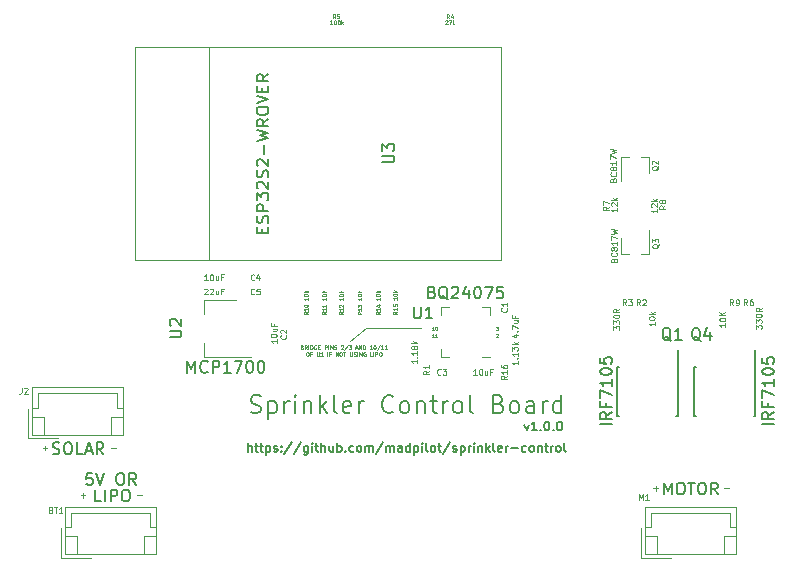
<source format=gbr>
%TF.GenerationSoftware,KiCad,Pcbnew,(5.1.9-0-10_14)*%
%TF.CreationDate,2021-03-21T21:38:48+11:00*%
%TF.ProjectId,Control Board,436f6e74-726f-46c2-9042-6f6172642e6b,rev?*%
%TF.SameCoordinates,Original*%
%TF.FileFunction,Legend,Top*%
%TF.FilePolarity,Positive*%
%FSLAX46Y46*%
G04 Gerber Fmt 4.6, Leading zero omitted, Abs format (unit mm)*
G04 Created by KiCad (PCBNEW (5.1.9-0-10_14)) date 2021-03-21 21:38:48*
%MOMM*%
%LPD*%
G01*
G04 APERTURE LIST*
%ADD10C,0.062500*%
%ADD11C,0.120000*%
%ADD12C,0.082500*%
%ADD13C,0.150000*%
%ADD14C,0.125000*%
%ADD15C,0.100000*%
G04 APERTURE END LIST*
D10*
X117628571Y-130282380D02*
X117640476Y-130270000D01*
X117664285Y-130257619D01*
X117723809Y-130257619D01*
X117747619Y-130270000D01*
X117759523Y-130282380D01*
X117771428Y-130307142D01*
X117771428Y-130331904D01*
X117759523Y-130369047D01*
X117616666Y-130517619D01*
X117771428Y-130517619D01*
X117616666Y-129657619D02*
X117771428Y-129657619D01*
X117688095Y-129756666D01*
X117723809Y-129756666D01*
X117747619Y-129769047D01*
X117759523Y-129781428D01*
X117771428Y-129806190D01*
X117771428Y-129868095D01*
X117759523Y-129892857D01*
X117747619Y-129905238D01*
X117723809Y-129917619D01*
X117652380Y-129917619D01*
X117628571Y-129905238D01*
X117616666Y-129892857D01*
X112352380Y-129917619D02*
X112209523Y-129917619D01*
X112280952Y-129917619D02*
X112280952Y-129657619D01*
X112257142Y-129694761D01*
X112233333Y-129719523D01*
X112209523Y-129731904D01*
X112507142Y-129657619D02*
X112530952Y-129657619D01*
X112554761Y-129670000D01*
X112566666Y-129682380D01*
X112578571Y-129707142D01*
X112590476Y-129756666D01*
X112590476Y-129818571D01*
X112578571Y-129868095D01*
X112566666Y-129892857D01*
X112554761Y-129905238D01*
X112530952Y-129917619D01*
X112507142Y-129917619D01*
X112483333Y-129905238D01*
X112471428Y-129892857D01*
X112459523Y-129868095D01*
X112447619Y-129818571D01*
X112447619Y-129756666D01*
X112459523Y-129707142D01*
X112471428Y-129682380D01*
X112483333Y-129670000D01*
X112507142Y-129657619D01*
X112352380Y-130517619D02*
X112209523Y-130517619D01*
X112280952Y-130517619D02*
X112280952Y-130257619D01*
X112257142Y-130294761D01*
X112233333Y-130319523D01*
X112209523Y-130331904D01*
X112590476Y-130517619D02*
X112447619Y-130517619D01*
X112519047Y-130517619D02*
X112519047Y-130257619D01*
X112495238Y-130294761D01*
X112471428Y-130319523D01*
X112447619Y-130331904D01*
D11*
X106600000Y-129800000D02*
X111200000Y-129800000D01*
X105200000Y-130900000D02*
X106600000Y-129800000D01*
D12*
X101156428Y-131387678D02*
X101203571Y-131403392D01*
X101219285Y-131419107D01*
X101235000Y-131450535D01*
X101235000Y-131497678D01*
X101219285Y-131529107D01*
X101203571Y-131544821D01*
X101172142Y-131560535D01*
X101046428Y-131560535D01*
X101046428Y-131230535D01*
X101156428Y-131230535D01*
X101187857Y-131246250D01*
X101203571Y-131261964D01*
X101219285Y-131293392D01*
X101219285Y-131324821D01*
X101203571Y-131356250D01*
X101187857Y-131371964D01*
X101156428Y-131387678D01*
X101046428Y-131387678D01*
X101565000Y-131560535D02*
X101455000Y-131403392D01*
X101376428Y-131560535D02*
X101376428Y-131230535D01*
X101502142Y-131230535D01*
X101533571Y-131246250D01*
X101549285Y-131261964D01*
X101565000Y-131293392D01*
X101565000Y-131340535D01*
X101549285Y-131371964D01*
X101533571Y-131387678D01*
X101502142Y-131403392D01*
X101376428Y-131403392D01*
X101706428Y-131560535D02*
X101706428Y-131230535D01*
X101863571Y-131560535D02*
X101863571Y-131230535D01*
X101942142Y-131230535D01*
X101989285Y-131246250D01*
X102020714Y-131277678D01*
X102036428Y-131309107D01*
X102052142Y-131371964D01*
X102052142Y-131419107D01*
X102036428Y-131481964D01*
X102020714Y-131513392D01*
X101989285Y-131544821D01*
X101942142Y-131560535D01*
X101863571Y-131560535D01*
X102366428Y-131246250D02*
X102335000Y-131230535D01*
X102287857Y-131230535D01*
X102240714Y-131246250D01*
X102209285Y-131277678D01*
X102193571Y-131309107D01*
X102177857Y-131371964D01*
X102177857Y-131419107D01*
X102193571Y-131481964D01*
X102209285Y-131513392D01*
X102240714Y-131544821D01*
X102287857Y-131560535D01*
X102319285Y-131560535D01*
X102366428Y-131544821D01*
X102382142Y-131529107D01*
X102382142Y-131419107D01*
X102319285Y-131419107D01*
X102523571Y-131387678D02*
X102633571Y-131387678D01*
X102680714Y-131560535D02*
X102523571Y-131560535D01*
X102523571Y-131230535D01*
X102680714Y-131230535D01*
X103073571Y-131560535D02*
X103073571Y-131230535D01*
X103199285Y-131230535D01*
X103230714Y-131246250D01*
X103246428Y-131261964D01*
X103262142Y-131293392D01*
X103262142Y-131340535D01*
X103246428Y-131371964D01*
X103230714Y-131387678D01*
X103199285Y-131403392D01*
X103073571Y-131403392D01*
X103403571Y-131560535D02*
X103403571Y-131230535D01*
X103560714Y-131560535D02*
X103560714Y-131230535D01*
X103749285Y-131560535D01*
X103749285Y-131230535D01*
X103890714Y-131544821D02*
X103937857Y-131560535D01*
X104016428Y-131560535D01*
X104047857Y-131544821D01*
X104063571Y-131529107D01*
X104079285Y-131497678D01*
X104079285Y-131466250D01*
X104063571Y-131434821D01*
X104047857Y-131419107D01*
X104016428Y-131403392D01*
X103953571Y-131387678D01*
X103922142Y-131371964D01*
X103906428Y-131356250D01*
X103890714Y-131324821D01*
X103890714Y-131293392D01*
X103906428Y-131261964D01*
X103922142Y-131246250D01*
X103953571Y-131230535D01*
X104032142Y-131230535D01*
X104079285Y-131246250D01*
X104456428Y-131261964D02*
X104472142Y-131246250D01*
X104503571Y-131230535D01*
X104582142Y-131230535D01*
X104613571Y-131246250D01*
X104629285Y-131261964D01*
X104645000Y-131293392D01*
X104645000Y-131324821D01*
X104629285Y-131371964D01*
X104440714Y-131560535D01*
X104645000Y-131560535D01*
X105022142Y-131214821D02*
X104739285Y-131639107D01*
X105100714Y-131230535D02*
X105305000Y-131230535D01*
X105195000Y-131356250D01*
X105242142Y-131356250D01*
X105273571Y-131371964D01*
X105289285Y-131387678D01*
X105305000Y-131419107D01*
X105305000Y-131497678D01*
X105289285Y-131529107D01*
X105273571Y-131544821D01*
X105242142Y-131560535D01*
X105147857Y-131560535D01*
X105116428Y-131544821D01*
X105100714Y-131529107D01*
X105682142Y-131466250D02*
X105839285Y-131466250D01*
X105650714Y-131560535D02*
X105760714Y-131230535D01*
X105870714Y-131560535D01*
X105980714Y-131560535D02*
X105980714Y-131230535D01*
X106169285Y-131560535D01*
X106169285Y-131230535D01*
X106326428Y-131560535D02*
X106326428Y-131230535D01*
X106405000Y-131230535D01*
X106452142Y-131246250D01*
X106483571Y-131277678D01*
X106499285Y-131309107D01*
X106515000Y-131371964D01*
X106515000Y-131419107D01*
X106499285Y-131481964D01*
X106483571Y-131513392D01*
X106452142Y-131544821D01*
X106405000Y-131560535D01*
X106326428Y-131560535D01*
X107080714Y-131560535D02*
X106892142Y-131560535D01*
X106986428Y-131560535D02*
X106986428Y-131230535D01*
X106955000Y-131277678D01*
X106923571Y-131309107D01*
X106892142Y-131324821D01*
X107285000Y-131230535D02*
X107316428Y-131230535D01*
X107347857Y-131246250D01*
X107363571Y-131261964D01*
X107379285Y-131293392D01*
X107395000Y-131356250D01*
X107395000Y-131434821D01*
X107379285Y-131497678D01*
X107363571Y-131529107D01*
X107347857Y-131544821D01*
X107316428Y-131560535D01*
X107285000Y-131560535D01*
X107253571Y-131544821D01*
X107237857Y-131529107D01*
X107222142Y-131497678D01*
X107206428Y-131434821D01*
X107206428Y-131356250D01*
X107222142Y-131293392D01*
X107237857Y-131261964D01*
X107253571Y-131246250D01*
X107285000Y-131230535D01*
X107772142Y-131214821D02*
X107489285Y-131639107D01*
X108055000Y-131560535D02*
X107866428Y-131560535D01*
X107960714Y-131560535D02*
X107960714Y-131230535D01*
X107929285Y-131277678D01*
X107897857Y-131309107D01*
X107866428Y-131324821D01*
X108369285Y-131560535D02*
X108180714Y-131560535D01*
X108275000Y-131560535D02*
X108275000Y-131230535D01*
X108243571Y-131277678D01*
X108212142Y-131309107D01*
X108180714Y-131324821D01*
X101580714Y-131808035D02*
X101643571Y-131808035D01*
X101675000Y-131823750D01*
X101706428Y-131855178D01*
X101722142Y-131918035D01*
X101722142Y-132028035D01*
X101706428Y-132090892D01*
X101675000Y-132122321D01*
X101643571Y-132138035D01*
X101580714Y-132138035D01*
X101549285Y-132122321D01*
X101517857Y-132090892D01*
X101502142Y-132028035D01*
X101502142Y-131918035D01*
X101517857Y-131855178D01*
X101549285Y-131823750D01*
X101580714Y-131808035D01*
X101973571Y-131965178D02*
X101863571Y-131965178D01*
X101863571Y-132138035D02*
X101863571Y-131808035D01*
X102020714Y-131808035D01*
X102397857Y-131808035D02*
X102397857Y-132075178D01*
X102413571Y-132106607D01*
X102429285Y-132122321D01*
X102460714Y-132138035D01*
X102523571Y-132138035D01*
X102555000Y-132122321D01*
X102570714Y-132106607D01*
X102586428Y-132075178D01*
X102586428Y-131808035D01*
X102916428Y-132138035D02*
X102727857Y-132138035D01*
X102822142Y-132138035D02*
X102822142Y-131808035D01*
X102790714Y-131855178D01*
X102759285Y-131886607D01*
X102727857Y-131902321D01*
X103309285Y-132138035D02*
X103309285Y-131808035D01*
X103576428Y-131965178D02*
X103466428Y-131965178D01*
X103466428Y-132138035D02*
X103466428Y-131808035D01*
X103623571Y-131808035D01*
X104000714Y-132138035D02*
X104000714Y-131808035D01*
X104189285Y-132138035D01*
X104189285Y-131808035D01*
X104409285Y-131808035D02*
X104472142Y-131808035D01*
X104503571Y-131823750D01*
X104535000Y-131855178D01*
X104550714Y-131918035D01*
X104550714Y-132028035D01*
X104535000Y-132090892D01*
X104503571Y-132122321D01*
X104472142Y-132138035D01*
X104409285Y-132138035D01*
X104377857Y-132122321D01*
X104346428Y-132090892D01*
X104330714Y-132028035D01*
X104330714Y-131918035D01*
X104346428Y-131855178D01*
X104377857Y-131823750D01*
X104409285Y-131808035D01*
X104645000Y-131808035D02*
X104833571Y-131808035D01*
X104739285Y-132138035D02*
X104739285Y-131808035D01*
X105195000Y-131808035D02*
X105195000Y-132075178D01*
X105210714Y-132106607D01*
X105226428Y-132122321D01*
X105257857Y-132138035D01*
X105320714Y-132138035D01*
X105352142Y-132122321D01*
X105367857Y-132106607D01*
X105383571Y-132075178D01*
X105383571Y-131808035D01*
X105525000Y-132122321D02*
X105572142Y-132138035D01*
X105650714Y-132138035D01*
X105682142Y-132122321D01*
X105697857Y-132106607D01*
X105713571Y-132075178D01*
X105713571Y-132043750D01*
X105697857Y-132012321D01*
X105682142Y-131996607D01*
X105650714Y-131980892D01*
X105587857Y-131965178D01*
X105556428Y-131949464D01*
X105540714Y-131933750D01*
X105525000Y-131902321D01*
X105525000Y-131870892D01*
X105540714Y-131839464D01*
X105556428Y-131823750D01*
X105587857Y-131808035D01*
X105666428Y-131808035D01*
X105713571Y-131823750D01*
X105855000Y-132138035D02*
X105855000Y-131808035D01*
X106012142Y-132138035D02*
X106012142Y-131808035D01*
X106200714Y-132138035D01*
X106200714Y-131808035D01*
X106530714Y-131823750D02*
X106499285Y-131808035D01*
X106452142Y-131808035D01*
X106405000Y-131823750D01*
X106373571Y-131855178D01*
X106357857Y-131886607D01*
X106342142Y-131949464D01*
X106342142Y-131996607D01*
X106357857Y-132059464D01*
X106373571Y-132090892D01*
X106405000Y-132122321D01*
X106452142Y-132138035D01*
X106483571Y-132138035D01*
X106530714Y-132122321D01*
X106546428Y-132106607D01*
X106546428Y-131996607D01*
X106483571Y-131996607D01*
X107096428Y-132138035D02*
X106939285Y-132138035D01*
X106939285Y-131808035D01*
X107206428Y-132138035D02*
X107206428Y-131808035D01*
X107363571Y-132138035D02*
X107363571Y-131808035D01*
X107489285Y-131808035D01*
X107520714Y-131823750D01*
X107536428Y-131839464D01*
X107552142Y-131870892D01*
X107552142Y-131918035D01*
X107536428Y-131949464D01*
X107520714Y-131965178D01*
X107489285Y-131980892D01*
X107363571Y-131980892D01*
X107756428Y-131808035D02*
X107819285Y-131808035D01*
X107850714Y-131823750D01*
X107882142Y-131855178D01*
X107897857Y-131918035D01*
X107897857Y-132028035D01*
X107882142Y-132090892D01*
X107850714Y-132122321D01*
X107819285Y-132138035D01*
X107756428Y-132138035D01*
X107725000Y-132122321D01*
X107693571Y-132090892D01*
X107677857Y-132028035D01*
X107677857Y-131918035D01*
X107693571Y-131855178D01*
X107725000Y-131823750D01*
X107756428Y-131808035D01*
D13*
X83404761Y-142052380D02*
X82928571Y-142052380D01*
X82880952Y-142528571D01*
X82928571Y-142480952D01*
X83023809Y-142433333D01*
X83261904Y-142433333D01*
X83357142Y-142480952D01*
X83404761Y-142528571D01*
X83452380Y-142623809D01*
X83452380Y-142861904D01*
X83404761Y-142957142D01*
X83357142Y-143004761D01*
X83261904Y-143052380D01*
X83023809Y-143052380D01*
X82928571Y-143004761D01*
X82880952Y-142957142D01*
X83738095Y-142052380D02*
X84071428Y-143052380D01*
X84404761Y-142052380D01*
X85690476Y-142052380D02*
X85880952Y-142052380D01*
X85976190Y-142100000D01*
X86071428Y-142195238D01*
X86119047Y-142385714D01*
X86119047Y-142719047D01*
X86071428Y-142909523D01*
X85976190Y-143004761D01*
X85880952Y-143052380D01*
X85690476Y-143052380D01*
X85595238Y-143004761D01*
X85500000Y-142909523D01*
X85452380Y-142719047D01*
X85452380Y-142385714D01*
X85500000Y-142195238D01*
X85595238Y-142100000D01*
X85690476Y-142052380D01*
X87119047Y-143052380D02*
X86785714Y-142576190D01*
X86547619Y-143052380D02*
X86547619Y-142052380D01*
X86928571Y-142052380D01*
X87023809Y-142100000D01*
X87071428Y-142147619D01*
X87119047Y-142242857D01*
X87119047Y-142385714D01*
X87071428Y-142480952D01*
X87023809Y-142528571D01*
X86928571Y-142576190D01*
X86547619Y-142576190D01*
X96589285Y-140239285D02*
X96589285Y-139489285D01*
X96910714Y-140239285D02*
X96910714Y-139846428D01*
X96875000Y-139775000D01*
X96803571Y-139739285D01*
X96696428Y-139739285D01*
X96625000Y-139775000D01*
X96589285Y-139810714D01*
X97160714Y-139739285D02*
X97446428Y-139739285D01*
X97267857Y-139489285D02*
X97267857Y-140132142D01*
X97303571Y-140203571D01*
X97375000Y-140239285D01*
X97446428Y-140239285D01*
X97589285Y-139739285D02*
X97875000Y-139739285D01*
X97696428Y-139489285D02*
X97696428Y-140132142D01*
X97732142Y-140203571D01*
X97803571Y-140239285D01*
X97875000Y-140239285D01*
X98125000Y-139739285D02*
X98125000Y-140489285D01*
X98125000Y-139775000D02*
X98196428Y-139739285D01*
X98339285Y-139739285D01*
X98410714Y-139775000D01*
X98446428Y-139810714D01*
X98482142Y-139882142D01*
X98482142Y-140096428D01*
X98446428Y-140167857D01*
X98410714Y-140203571D01*
X98339285Y-140239285D01*
X98196428Y-140239285D01*
X98125000Y-140203571D01*
X98767857Y-140203571D02*
X98839285Y-140239285D01*
X98982142Y-140239285D01*
X99053571Y-140203571D01*
X99089285Y-140132142D01*
X99089285Y-140096428D01*
X99053571Y-140025000D01*
X98982142Y-139989285D01*
X98875000Y-139989285D01*
X98803571Y-139953571D01*
X98767857Y-139882142D01*
X98767857Y-139846428D01*
X98803571Y-139775000D01*
X98875000Y-139739285D01*
X98982142Y-139739285D01*
X99053571Y-139775000D01*
X99410714Y-140167857D02*
X99446428Y-140203571D01*
X99410714Y-140239285D01*
X99375000Y-140203571D01*
X99410714Y-140167857D01*
X99410714Y-140239285D01*
X99410714Y-139775000D02*
X99446428Y-139810714D01*
X99410714Y-139846428D01*
X99375000Y-139810714D01*
X99410714Y-139775000D01*
X99410714Y-139846428D01*
X100303571Y-139453571D02*
X99660714Y-140417857D01*
X101089285Y-139453571D02*
X100446428Y-140417857D01*
X101660714Y-139739285D02*
X101660714Y-140346428D01*
X101625000Y-140417857D01*
X101589285Y-140453571D01*
X101517857Y-140489285D01*
X101410714Y-140489285D01*
X101339285Y-140453571D01*
X101660714Y-140203571D02*
X101589285Y-140239285D01*
X101446428Y-140239285D01*
X101375000Y-140203571D01*
X101339285Y-140167857D01*
X101303571Y-140096428D01*
X101303571Y-139882142D01*
X101339285Y-139810714D01*
X101375000Y-139775000D01*
X101446428Y-139739285D01*
X101589285Y-139739285D01*
X101660714Y-139775000D01*
X102017857Y-140239285D02*
X102017857Y-139739285D01*
X102017857Y-139489285D02*
X101982142Y-139525000D01*
X102017857Y-139560714D01*
X102053571Y-139525000D01*
X102017857Y-139489285D01*
X102017857Y-139560714D01*
X102267857Y-139739285D02*
X102553571Y-139739285D01*
X102375000Y-139489285D02*
X102375000Y-140132142D01*
X102410714Y-140203571D01*
X102482142Y-140239285D01*
X102553571Y-140239285D01*
X102803571Y-140239285D02*
X102803571Y-139489285D01*
X103125000Y-140239285D02*
X103125000Y-139846428D01*
X103089285Y-139775000D01*
X103017857Y-139739285D01*
X102910714Y-139739285D01*
X102839285Y-139775000D01*
X102803571Y-139810714D01*
X103803571Y-139739285D02*
X103803571Y-140239285D01*
X103482142Y-139739285D02*
X103482142Y-140132142D01*
X103517857Y-140203571D01*
X103589285Y-140239285D01*
X103696428Y-140239285D01*
X103767857Y-140203571D01*
X103803571Y-140167857D01*
X104160714Y-140239285D02*
X104160714Y-139489285D01*
X104160714Y-139775000D02*
X104232142Y-139739285D01*
X104375000Y-139739285D01*
X104446428Y-139775000D01*
X104482142Y-139810714D01*
X104517857Y-139882142D01*
X104517857Y-140096428D01*
X104482142Y-140167857D01*
X104446428Y-140203571D01*
X104375000Y-140239285D01*
X104232142Y-140239285D01*
X104160714Y-140203571D01*
X104839285Y-140167857D02*
X104875000Y-140203571D01*
X104839285Y-140239285D01*
X104803571Y-140203571D01*
X104839285Y-140167857D01*
X104839285Y-140239285D01*
X105517857Y-140203571D02*
X105446428Y-140239285D01*
X105303571Y-140239285D01*
X105232142Y-140203571D01*
X105196428Y-140167857D01*
X105160714Y-140096428D01*
X105160714Y-139882142D01*
X105196428Y-139810714D01*
X105232142Y-139775000D01*
X105303571Y-139739285D01*
X105446428Y-139739285D01*
X105517857Y-139775000D01*
X105946428Y-140239285D02*
X105875000Y-140203571D01*
X105839285Y-140167857D01*
X105803571Y-140096428D01*
X105803571Y-139882142D01*
X105839285Y-139810714D01*
X105875000Y-139775000D01*
X105946428Y-139739285D01*
X106053571Y-139739285D01*
X106125000Y-139775000D01*
X106160714Y-139810714D01*
X106196428Y-139882142D01*
X106196428Y-140096428D01*
X106160714Y-140167857D01*
X106125000Y-140203571D01*
X106053571Y-140239285D01*
X105946428Y-140239285D01*
X106517857Y-140239285D02*
X106517857Y-139739285D01*
X106517857Y-139810714D02*
X106553571Y-139775000D01*
X106625000Y-139739285D01*
X106732142Y-139739285D01*
X106803571Y-139775000D01*
X106839285Y-139846428D01*
X106839285Y-140239285D01*
X106839285Y-139846428D02*
X106875000Y-139775000D01*
X106946428Y-139739285D01*
X107053571Y-139739285D01*
X107125000Y-139775000D01*
X107160714Y-139846428D01*
X107160714Y-140239285D01*
X108053571Y-139453571D02*
X107410714Y-140417857D01*
X108303571Y-140239285D02*
X108303571Y-139739285D01*
X108303571Y-139810714D02*
X108339285Y-139775000D01*
X108410714Y-139739285D01*
X108517857Y-139739285D01*
X108589285Y-139775000D01*
X108625000Y-139846428D01*
X108625000Y-140239285D01*
X108625000Y-139846428D02*
X108660714Y-139775000D01*
X108732142Y-139739285D01*
X108839285Y-139739285D01*
X108910714Y-139775000D01*
X108946428Y-139846428D01*
X108946428Y-140239285D01*
X109625000Y-140239285D02*
X109625000Y-139846428D01*
X109589285Y-139775000D01*
X109517857Y-139739285D01*
X109375000Y-139739285D01*
X109303571Y-139775000D01*
X109625000Y-140203571D02*
X109553571Y-140239285D01*
X109375000Y-140239285D01*
X109303571Y-140203571D01*
X109267857Y-140132142D01*
X109267857Y-140060714D01*
X109303571Y-139989285D01*
X109375000Y-139953571D01*
X109553571Y-139953571D01*
X109625000Y-139917857D01*
X110303571Y-140239285D02*
X110303571Y-139489285D01*
X110303571Y-140203571D02*
X110232142Y-140239285D01*
X110089285Y-140239285D01*
X110017857Y-140203571D01*
X109982142Y-140167857D01*
X109946428Y-140096428D01*
X109946428Y-139882142D01*
X109982142Y-139810714D01*
X110017857Y-139775000D01*
X110089285Y-139739285D01*
X110232142Y-139739285D01*
X110303571Y-139775000D01*
X110660714Y-139739285D02*
X110660714Y-140489285D01*
X110660714Y-139775000D02*
X110732142Y-139739285D01*
X110875000Y-139739285D01*
X110946428Y-139775000D01*
X110982142Y-139810714D01*
X111017857Y-139882142D01*
X111017857Y-140096428D01*
X110982142Y-140167857D01*
X110946428Y-140203571D01*
X110875000Y-140239285D01*
X110732142Y-140239285D01*
X110660714Y-140203571D01*
X111339285Y-140239285D02*
X111339285Y-139739285D01*
X111339285Y-139489285D02*
X111303571Y-139525000D01*
X111339285Y-139560714D01*
X111375000Y-139525000D01*
X111339285Y-139489285D01*
X111339285Y-139560714D01*
X111803571Y-140239285D02*
X111732142Y-140203571D01*
X111696428Y-140132142D01*
X111696428Y-139489285D01*
X112196428Y-140239285D02*
X112125000Y-140203571D01*
X112089285Y-140167857D01*
X112053571Y-140096428D01*
X112053571Y-139882142D01*
X112089285Y-139810714D01*
X112125000Y-139775000D01*
X112196428Y-139739285D01*
X112303571Y-139739285D01*
X112375000Y-139775000D01*
X112410714Y-139810714D01*
X112446428Y-139882142D01*
X112446428Y-140096428D01*
X112410714Y-140167857D01*
X112375000Y-140203571D01*
X112303571Y-140239285D01*
X112196428Y-140239285D01*
X112660714Y-139739285D02*
X112946428Y-139739285D01*
X112767857Y-139489285D02*
X112767857Y-140132142D01*
X112803571Y-140203571D01*
X112875000Y-140239285D01*
X112946428Y-140239285D01*
X113732142Y-139453571D02*
X113089285Y-140417857D01*
X113946428Y-140203571D02*
X114017857Y-140239285D01*
X114160714Y-140239285D01*
X114232142Y-140203571D01*
X114267857Y-140132142D01*
X114267857Y-140096428D01*
X114232142Y-140025000D01*
X114160714Y-139989285D01*
X114053571Y-139989285D01*
X113982142Y-139953571D01*
X113946428Y-139882142D01*
X113946428Y-139846428D01*
X113982142Y-139775000D01*
X114053571Y-139739285D01*
X114160714Y-139739285D01*
X114232142Y-139775000D01*
X114589285Y-139739285D02*
X114589285Y-140489285D01*
X114589285Y-139775000D02*
X114660714Y-139739285D01*
X114803571Y-139739285D01*
X114875000Y-139775000D01*
X114910714Y-139810714D01*
X114946428Y-139882142D01*
X114946428Y-140096428D01*
X114910714Y-140167857D01*
X114875000Y-140203571D01*
X114803571Y-140239285D01*
X114660714Y-140239285D01*
X114589285Y-140203571D01*
X115267857Y-140239285D02*
X115267857Y-139739285D01*
X115267857Y-139882142D02*
X115303571Y-139810714D01*
X115339285Y-139775000D01*
X115410714Y-139739285D01*
X115482142Y-139739285D01*
X115732142Y-140239285D02*
X115732142Y-139739285D01*
X115732142Y-139489285D02*
X115696428Y-139525000D01*
X115732142Y-139560714D01*
X115767857Y-139525000D01*
X115732142Y-139489285D01*
X115732142Y-139560714D01*
X116089285Y-139739285D02*
X116089285Y-140239285D01*
X116089285Y-139810714D02*
X116125000Y-139775000D01*
X116196428Y-139739285D01*
X116303571Y-139739285D01*
X116375000Y-139775000D01*
X116410714Y-139846428D01*
X116410714Y-140239285D01*
X116767857Y-140239285D02*
X116767857Y-139489285D01*
X116839285Y-139953571D02*
X117053571Y-140239285D01*
X117053571Y-139739285D02*
X116767857Y-140025000D01*
X117482142Y-140239285D02*
X117410714Y-140203571D01*
X117375000Y-140132142D01*
X117375000Y-139489285D01*
X118053571Y-140203571D02*
X117982142Y-140239285D01*
X117839285Y-140239285D01*
X117767857Y-140203571D01*
X117732142Y-140132142D01*
X117732142Y-139846428D01*
X117767857Y-139775000D01*
X117839285Y-139739285D01*
X117982142Y-139739285D01*
X118053571Y-139775000D01*
X118089285Y-139846428D01*
X118089285Y-139917857D01*
X117732142Y-139989285D01*
X118410714Y-140239285D02*
X118410714Y-139739285D01*
X118410714Y-139882142D02*
X118446428Y-139810714D01*
X118482142Y-139775000D01*
X118553571Y-139739285D01*
X118625000Y-139739285D01*
X118875000Y-139953571D02*
X119446428Y-139953571D01*
X120125000Y-140203571D02*
X120053571Y-140239285D01*
X119910714Y-140239285D01*
X119839285Y-140203571D01*
X119803571Y-140167857D01*
X119767857Y-140096428D01*
X119767857Y-139882142D01*
X119803571Y-139810714D01*
X119839285Y-139775000D01*
X119910714Y-139739285D01*
X120053571Y-139739285D01*
X120125000Y-139775000D01*
X120553571Y-140239285D02*
X120482142Y-140203571D01*
X120446428Y-140167857D01*
X120410714Y-140096428D01*
X120410714Y-139882142D01*
X120446428Y-139810714D01*
X120482142Y-139775000D01*
X120553571Y-139739285D01*
X120660714Y-139739285D01*
X120732142Y-139775000D01*
X120767857Y-139810714D01*
X120803571Y-139882142D01*
X120803571Y-140096428D01*
X120767857Y-140167857D01*
X120732142Y-140203571D01*
X120660714Y-140239285D01*
X120553571Y-140239285D01*
X121125000Y-139739285D02*
X121125000Y-140239285D01*
X121125000Y-139810714D02*
X121160714Y-139775000D01*
X121232142Y-139739285D01*
X121339285Y-139739285D01*
X121410714Y-139775000D01*
X121446428Y-139846428D01*
X121446428Y-140239285D01*
X121696428Y-139739285D02*
X121982142Y-139739285D01*
X121803571Y-139489285D02*
X121803571Y-140132142D01*
X121839285Y-140203571D01*
X121910714Y-140239285D01*
X121982142Y-140239285D01*
X122232142Y-140239285D02*
X122232142Y-139739285D01*
X122232142Y-139882142D02*
X122267857Y-139810714D01*
X122303571Y-139775000D01*
X122375000Y-139739285D01*
X122446428Y-139739285D01*
X122803571Y-140239285D02*
X122732142Y-140203571D01*
X122696428Y-140167857D01*
X122660714Y-140096428D01*
X122660714Y-139882142D01*
X122696428Y-139810714D01*
X122732142Y-139775000D01*
X122803571Y-139739285D01*
X122910714Y-139739285D01*
X122982142Y-139775000D01*
X123017857Y-139810714D01*
X123053571Y-139882142D01*
X123053571Y-140096428D01*
X123017857Y-140167857D01*
X122982142Y-140203571D01*
X122910714Y-140239285D01*
X122803571Y-140239285D01*
X123482142Y-140239285D02*
X123410714Y-140203571D01*
X123375000Y-140132142D01*
X123375000Y-139489285D01*
X119992857Y-137939285D02*
X120171428Y-138439285D01*
X120350000Y-137939285D01*
X121028571Y-138439285D02*
X120600000Y-138439285D01*
X120814285Y-138439285D02*
X120814285Y-137689285D01*
X120742857Y-137796428D01*
X120671428Y-137867857D01*
X120600000Y-137903571D01*
X121350000Y-138367857D02*
X121385714Y-138403571D01*
X121350000Y-138439285D01*
X121314285Y-138403571D01*
X121350000Y-138367857D01*
X121350000Y-138439285D01*
X121850000Y-137689285D02*
X121921428Y-137689285D01*
X121992857Y-137725000D01*
X122028571Y-137760714D01*
X122064285Y-137832142D01*
X122100000Y-137975000D01*
X122100000Y-138153571D01*
X122064285Y-138296428D01*
X122028571Y-138367857D01*
X121992857Y-138403571D01*
X121921428Y-138439285D01*
X121850000Y-138439285D01*
X121778571Y-138403571D01*
X121742857Y-138367857D01*
X121707142Y-138296428D01*
X121671428Y-138153571D01*
X121671428Y-137975000D01*
X121707142Y-137832142D01*
X121742857Y-137760714D01*
X121778571Y-137725000D01*
X121850000Y-137689285D01*
X122421428Y-138367857D02*
X122457142Y-138403571D01*
X122421428Y-138439285D01*
X122385714Y-138403571D01*
X122421428Y-138367857D01*
X122421428Y-138439285D01*
X122921428Y-137689285D02*
X122992857Y-137689285D01*
X123064285Y-137725000D01*
X123100000Y-137760714D01*
X123135714Y-137832142D01*
X123171428Y-137975000D01*
X123171428Y-138153571D01*
X123135714Y-138296428D01*
X123100000Y-138367857D01*
X123064285Y-138403571D01*
X122992857Y-138439285D01*
X122921428Y-138439285D01*
X122850000Y-138403571D01*
X122814285Y-138367857D01*
X122778571Y-138296428D01*
X122742857Y-138153571D01*
X122742857Y-137975000D01*
X122778571Y-137832142D01*
X122814285Y-137760714D01*
X122850000Y-137725000D01*
X122921428Y-137689285D01*
X96821428Y-136907142D02*
X97035714Y-136978571D01*
X97392857Y-136978571D01*
X97535714Y-136907142D01*
X97607142Y-136835714D01*
X97678571Y-136692857D01*
X97678571Y-136550000D01*
X97607142Y-136407142D01*
X97535714Y-136335714D01*
X97392857Y-136264285D01*
X97107142Y-136192857D01*
X96964285Y-136121428D01*
X96892857Y-136050000D01*
X96821428Y-135907142D01*
X96821428Y-135764285D01*
X96892857Y-135621428D01*
X96964285Y-135550000D01*
X97107142Y-135478571D01*
X97464285Y-135478571D01*
X97678571Y-135550000D01*
X98321428Y-135978571D02*
X98321428Y-137478571D01*
X98321428Y-136050000D02*
X98464285Y-135978571D01*
X98750000Y-135978571D01*
X98892857Y-136050000D01*
X98964285Y-136121428D01*
X99035714Y-136264285D01*
X99035714Y-136692857D01*
X98964285Y-136835714D01*
X98892857Y-136907142D01*
X98750000Y-136978571D01*
X98464285Y-136978571D01*
X98321428Y-136907142D01*
X99678571Y-136978571D02*
X99678571Y-135978571D01*
X99678571Y-136264285D02*
X99750000Y-136121428D01*
X99821428Y-136050000D01*
X99964285Y-135978571D01*
X100107142Y-135978571D01*
X100607142Y-136978571D02*
X100607142Y-135978571D01*
X100607142Y-135478571D02*
X100535714Y-135550000D01*
X100607142Y-135621428D01*
X100678571Y-135550000D01*
X100607142Y-135478571D01*
X100607142Y-135621428D01*
X101321428Y-135978571D02*
X101321428Y-136978571D01*
X101321428Y-136121428D02*
X101392857Y-136050000D01*
X101535714Y-135978571D01*
X101750000Y-135978571D01*
X101892857Y-136050000D01*
X101964285Y-136192857D01*
X101964285Y-136978571D01*
X102678571Y-136978571D02*
X102678571Y-135478571D01*
X102821428Y-136407142D02*
X103250000Y-136978571D01*
X103250000Y-135978571D02*
X102678571Y-136550000D01*
X104107142Y-136978571D02*
X103964285Y-136907142D01*
X103892857Y-136764285D01*
X103892857Y-135478571D01*
X105250000Y-136907142D02*
X105107142Y-136978571D01*
X104821428Y-136978571D01*
X104678571Y-136907142D01*
X104607142Y-136764285D01*
X104607142Y-136192857D01*
X104678571Y-136050000D01*
X104821428Y-135978571D01*
X105107142Y-135978571D01*
X105250000Y-136050000D01*
X105321428Y-136192857D01*
X105321428Y-136335714D01*
X104607142Y-136478571D01*
X105964285Y-136978571D02*
X105964285Y-135978571D01*
X105964285Y-136264285D02*
X106035714Y-136121428D01*
X106107142Y-136050000D01*
X106250000Y-135978571D01*
X106392857Y-135978571D01*
X108892857Y-136835714D02*
X108821428Y-136907142D01*
X108607142Y-136978571D01*
X108464285Y-136978571D01*
X108250000Y-136907142D01*
X108107142Y-136764285D01*
X108035714Y-136621428D01*
X107964285Y-136335714D01*
X107964285Y-136121428D01*
X108035714Y-135835714D01*
X108107142Y-135692857D01*
X108250000Y-135550000D01*
X108464285Y-135478571D01*
X108607142Y-135478571D01*
X108821428Y-135550000D01*
X108892857Y-135621428D01*
X109750000Y-136978571D02*
X109607142Y-136907142D01*
X109535714Y-136835714D01*
X109464285Y-136692857D01*
X109464285Y-136264285D01*
X109535714Y-136121428D01*
X109607142Y-136050000D01*
X109750000Y-135978571D01*
X109964285Y-135978571D01*
X110107142Y-136050000D01*
X110178571Y-136121428D01*
X110250000Y-136264285D01*
X110250000Y-136692857D01*
X110178571Y-136835714D01*
X110107142Y-136907142D01*
X109964285Y-136978571D01*
X109750000Y-136978571D01*
X110892857Y-135978571D02*
X110892857Y-136978571D01*
X110892857Y-136121428D02*
X110964285Y-136050000D01*
X111107142Y-135978571D01*
X111321428Y-135978571D01*
X111464285Y-136050000D01*
X111535714Y-136192857D01*
X111535714Y-136978571D01*
X112035714Y-135978571D02*
X112607142Y-135978571D01*
X112250000Y-135478571D02*
X112250000Y-136764285D01*
X112321428Y-136907142D01*
X112464285Y-136978571D01*
X112607142Y-136978571D01*
X113107142Y-136978571D02*
X113107142Y-135978571D01*
X113107142Y-136264285D02*
X113178571Y-136121428D01*
X113250000Y-136050000D01*
X113392857Y-135978571D01*
X113535714Y-135978571D01*
X114250000Y-136978571D02*
X114107142Y-136907142D01*
X114035714Y-136835714D01*
X113964285Y-136692857D01*
X113964285Y-136264285D01*
X114035714Y-136121428D01*
X114107142Y-136050000D01*
X114250000Y-135978571D01*
X114464285Y-135978571D01*
X114607142Y-136050000D01*
X114678571Y-136121428D01*
X114750000Y-136264285D01*
X114750000Y-136692857D01*
X114678571Y-136835714D01*
X114607142Y-136907142D01*
X114464285Y-136978571D01*
X114250000Y-136978571D01*
X115607142Y-136978571D02*
X115464285Y-136907142D01*
X115392857Y-136764285D01*
X115392857Y-135478571D01*
X117821428Y-136192857D02*
X118035714Y-136264285D01*
X118107142Y-136335714D01*
X118178571Y-136478571D01*
X118178571Y-136692857D01*
X118107142Y-136835714D01*
X118035714Y-136907142D01*
X117892857Y-136978571D01*
X117321428Y-136978571D01*
X117321428Y-135478571D01*
X117821428Y-135478571D01*
X117964285Y-135550000D01*
X118035714Y-135621428D01*
X118107142Y-135764285D01*
X118107142Y-135907142D01*
X118035714Y-136050000D01*
X117964285Y-136121428D01*
X117821428Y-136192857D01*
X117321428Y-136192857D01*
X119035714Y-136978571D02*
X118892857Y-136907142D01*
X118821428Y-136835714D01*
X118750000Y-136692857D01*
X118750000Y-136264285D01*
X118821428Y-136121428D01*
X118892857Y-136050000D01*
X119035714Y-135978571D01*
X119250000Y-135978571D01*
X119392857Y-136050000D01*
X119464285Y-136121428D01*
X119535714Y-136264285D01*
X119535714Y-136692857D01*
X119464285Y-136835714D01*
X119392857Y-136907142D01*
X119250000Y-136978571D01*
X119035714Y-136978571D01*
X120821428Y-136978571D02*
X120821428Y-136192857D01*
X120750000Y-136050000D01*
X120607142Y-135978571D01*
X120321428Y-135978571D01*
X120178571Y-136050000D01*
X120821428Y-136907142D02*
X120678571Y-136978571D01*
X120321428Y-136978571D01*
X120178571Y-136907142D01*
X120107142Y-136764285D01*
X120107142Y-136621428D01*
X120178571Y-136478571D01*
X120321428Y-136407142D01*
X120678571Y-136407142D01*
X120821428Y-136335714D01*
X121535714Y-136978571D02*
X121535714Y-135978571D01*
X121535714Y-136264285D02*
X121607142Y-136121428D01*
X121678571Y-136050000D01*
X121821428Y-135978571D01*
X121964285Y-135978571D01*
X123107142Y-136978571D02*
X123107142Y-135478571D01*
X123107142Y-136907142D02*
X122964285Y-136978571D01*
X122678571Y-136978571D01*
X122535714Y-136907142D01*
X122464285Y-136835714D01*
X122392857Y-136692857D01*
X122392857Y-136264285D01*
X122464285Y-136121428D01*
X122535714Y-136050000D01*
X122678571Y-135978571D01*
X122964285Y-135978571D01*
X123107142Y-136050000D01*
D14*
X136909523Y-143335714D02*
X137290476Y-143335714D01*
X130909523Y-143335714D02*
X131290476Y-143335714D01*
X131100000Y-143526190D02*
X131100000Y-143145238D01*
X87209523Y-143935714D02*
X87590476Y-143935714D01*
X85009523Y-139935714D02*
X85390476Y-139935714D01*
X82409523Y-143935714D02*
X82790476Y-143935714D01*
X82600000Y-144126190D02*
X82600000Y-143745238D01*
X79209523Y-139935714D02*
X79590476Y-139935714D01*
X79400000Y-140126190D02*
X79400000Y-139745238D01*
D11*
%TO.C,U1*%
X116410000Y-132210000D02*
X117110000Y-132210000D01*
X112890000Y-127990000D02*
X112890000Y-128690000D01*
X113590000Y-127990000D02*
X112890000Y-127990000D01*
X117110000Y-127990000D02*
X117110000Y-128690000D01*
X116410000Y-127990000D02*
X117110000Y-127990000D01*
X112890000Y-132210000D02*
X112890000Y-131510000D01*
X113590000Y-132210000D02*
X112890000Y-132210000D01*
D13*
%TO.C,Q4*%
X139490000Y-133025000D02*
X139490000Y-131625000D01*
X134390000Y-133025000D02*
X134390000Y-137175000D01*
X139540000Y-133025000D02*
X139540000Y-137175000D01*
X134390000Y-133025000D02*
X134535000Y-133025000D01*
X134390000Y-137175000D02*
X134535000Y-137175000D01*
X139540000Y-137175000D02*
X139395000Y-137175000D01*
X139540000Y-133025000D02*
X139490000Y-133025000D01*
%TO.C,Q1*%
X133010000Y-133025000D02*
X132960000Y-133025000D01*
X133010000Y-137175000D02*
X132865000Y-137175000D01*
X127860000Y-137175000D02*
X128005000Y-137175000D01*
X127860000Y-133025000D02*
X128005000Y-133025000D01*
X133010000Y-133025000D02*
X133010000Y-137175000D01*
X127860000Y-133025000D02*
X127860000Y-137175000D01*
X132960000Y-133025000D02*
X132960000Y-131625000D01*
D11*
%TO.C,U3*%
X93300000Y-124000000D02*
X93300000Y-106000000D01*
X118000000Y-124000000D02*
X118000000Y-106000000D01*
X118000000Y-106000000D02*
X87000000Y-106000000D01*
X87000000Y-124000000D02*
X87000000Y-106000000D01*
X118000000Y-124000000D02*
X87000000Y-124000000D01*
%TO.C,U2*%
X92840000Y-132200000D02*
X92840000Y-131000000D01*
X96840000Y-132200000D02*
X92840000Y-132200000D01*
X92840000Y-127400000D02*
X95540000Y-127400000D01*
X92840000Y-128600000D02*
X92840000Y-127400000D01*
%TO.C,Q2*%
X129850000Y-115270000D02*
X130510000Y-115270000D01*
X128190000Y-115270000D02*
X128850000Y-115270000D01*
X128190000Y-115270000D02*
X128190000Y-117300000D01*
X130510000Y-116680000D02*
X130510000Y-115270000D01*
%TO.C,Q3*%
X128190000Y-122120000D02*
X128190000Y-123530000D01*
X130510000Y-123530000D02*
X130510000Y-121500000D01*
X130510000Y-123530000D02*
X129850000Y-123530000D01*
X128850000Y-123530000D02*
X128190000Y-123530000D01*
%TO.C,M1*%
X129890000Y-149210000D02*
X132390000Y-149210000D01*
X129890000Y-146710000D02*
X129890000Y-149210000D01*
X136910000Y-147410000D02*
X136910000Y-148910000D01*
X137910000Y-147410000D02*
X136910000Y-147410000D01*
X131190000Y-147410000D02*
X131190000Y-148910000D01*
X130190000Y-147410000D02*
X131190000Y-147410000D01*
X137410000Y-146600000D02*
X137910000Y-146600000D01*
X137410000Y-145390000D02*
X137410000Y-146600000D01*
X130690000Y-145390000D02*
X137410000Y-145390000D01*
X130690000Y-146600000D02*
X130690000Y-145390000D01*
X130190000Y-146600000D02*
X130690000Y-146600000D01*
X137910000Y-144890000D02*
X130190000Y-144890000D01*
X137910000Y-148910000D02*
X137910000Y-144890000D01*
X130190000Y-148910000D02*
X137910000Y-148910000D01*
X130190000Y-144890000D02*
X130190000Y-148910000D01*
%TO.C,BT1*%
X80790000Y-149210000D02*
X83290000Y-149210000D01*
X80790000Y-146710000D02*
X80790000Y-149210000D01*
X87810000Y-147410000D02*
X87810000Y-148910000D01*
X88810000Y-147410000D02*
X87810000Y-147410000D01*
X82090000Y-147410000D02*
X82090000Y-148910000D01*
X81090000Y-147410000D02*
X82090000Y-147410000D01*
X88310000Y-146600000D02*
X88810000Y-146600000D01*
X88310000Y-145390000D02*
X88310000Y-146600000D01*
X81590000Y-145390000D02*
X88310000Y-145390000D01*
X81590000Y-146600000D02*
X81590000Y-145390000D01*
X81090000Y-146600000D02*
X81590000Y-146600000D01*
X88810000Y-144890000D02*
X81090000Y-144890000D01*
X88810000Y-148910000D02*
X88810000Y-144890000D01*
X81090000Y-148910000D02*
X88810000Y-148910000D01*
X81090000Y-144890000D02*
X81090000Y-148910000D01*
%TO.C,J2*%
X78290000Y-134790000D02*
X78290000Y-138810000D01*
X78290000Y-138810000D02*
X86010000Y-138810000D01*
X86010000Y-138810000D02*
X86010000Y-134790000D01*
X86010000Y-134790000D02*
X78290000Y-134790000D01*
X78290000Y-136500000D02*
X78790000Y-136500000D01*
X78790000Y-136500000D02*
X78790000Y-135290000D01*
X78790000Y-135290000D02*
X85510000Y-135290000D01*
X85510000Y-135290000D02*
X85510000Y-136500000D01*
X85510000Y-136500000D02*
X86010000Y-136500000D01*
X78290000Y-137310000D02*
X79290000Y-137310000D01*
X79290000Y-137310000D02*
X79290000Y-138810000D01*
X86010000Y-137310000D02*
X85010000Y-137310000D01*
X85010000Y-137310000D02*
X85010000Y-138810000D01*
X77990000Y-136610000D02*
X77990000Y-139110000D01*
X77990000Y-139110000D02*
X80490000Y-139110000D01*
%TO.C,U1*%
D13*
X110638095Y-127952380D02*
X110638095Y-128761904D01*
X110685714Y-128857142D01*
X110733333Y-128904761D01*
X110828571Y-128952380D01*
X111019047Y-128952380D01*
X111114285Y-128904761D01*
X111161904Y-128857142D01*
X111209523Y-128761904D01*
X111209523Y-127952380D01*
X112209523Y-128952380D02*
X111638095Y-128952380D01*
X111923809Y-128952380D02*
X111923809Y-127952380D01*
X111828571Y-128095238D01*
X111733333Y-128190476D01*
X111638095Y-128238095D01*
X112166666Y-126728571D02*
X112309523Y-126776190D01*
X112357142Y-126823809D01*
X112404761Y-126919047D01*
X112404761Y-127061904D01*
X112357142Y-127157142D01*
X112309523Y-127204761D01*
X112214285Y-127252380D01*
X111833333Y-127252380D01*
X111833333Y-126252380D01*
X112166666Y-126252380D01*
X112261904Y-126300000D01*
X112309523Y-126347619D01*
X112357142Y-126442857D01*
X112357142Y-126538095D01*
X112309523Y-126633333D01*
X112261904Y-126680952D01*
X112166666Y-126728571D01*
X111833333Y-126728571D01*
X113500000Y-127347619D02*
X113404761Y-127300000D01*
X113309523Y-127204761D01*
X113166666Y-127061904D01*
X113071428Y-127014285D01*
X112976190Y-127014285D01*
X113023809Y-127252380D02*
X112928571Y-127204761D01*
X112833333Y-127109523D01*
X112785714Y-126919047D01*
X112785714Y-126585714D01*
X112833333Y-126395238D01*
X112928571Y-126300000D01*
X113023809Y-126252380D01*
X113214285Y-126252380D01*
X113309523Y-126300000D01*
X113404761Y-126395238D01*
X113452380Y-126585714D01*
X113452380Y-126919047D01*
X113404761Y-127109523D01*
X113309523Y-127204761D01*
X113214285Y-127252380D01*
X113023809Y-127252380D01*
X113833333Y-126347619D02*
X113880952Y-126300000D01*
X113976190Y-126252380D01*
X114214285Y-126252380D01*
X114309523Y-126300000D01*
X114357142Y-126347619D01*
X114404761Y-126442857D01*
X114404761Y-126538095D01*
X114357142Y-126680952D01*
X113785714Y-127252380D01*
X114404761Y-127252380D01*
X115261904Y-126585714D02*
X115261904Y-127252380D01*
X115023809Y-126204761D02*
X114785714Y-126919047D01*
X115404761Y-126919047D01*
X115976190Y-126252380D02*
X116071428Y-126252380D01*
X116166666Y-126300000D01*
X116214285Y-126347619D01*
X116261904Y-126442857D01*
X116309523Y-126633333D01*
X116309523Y-126871428D01*
X116261904Y-127061904D01*
X116214285Y-127157142D01*
X116166666Y-127204761D01*
X116071428Y-127252380D01*
X115976190Y-127252380D01*
X115880952Y-127204761D01*
X115833333Y-127157142D01*
X115785714Y-127061904D01*
X115738095Y-126871428D01*
X115738095Y-126633333D01*
X115785714Y-126442857D01*
X115833333Y-126347619D01*
X115880952Y-126300000D01*
X115976190Y-126252380D01*
X116642857Y-126252380D02*
X117309523Y-126252380D01*
X116880952Y-127252380D01*
X118166666Y-126252380D02*
X117690476Y-126252380D01*
X117642857Y-126728571D01*
X117690476Y-126680952D01*
X117785714Y-126633333D01*
X118023809Y-126633333D01*
X118119047Y-126680952D01*
X118166666Y-126728571D01*
X118214285Y-126823809D01*
X118214285Y-127061904D01*
X118166666Y-127157142D01*
X118119047Y-127204761D01*
X118023809Y-127252380D01*
X117785714Y-127252380D01*
X117690476Y-127204761D01*
X117642857Y-127157142D01*
%TO.C,C2*%
D15*
X99778571Y-130383333D02*
X99802380Y-130407142D01*
X99826190Y-130478571D01*
X99826190Y-130526190D01*
X99802380Y-130597619D01*
X99754761Y-130645238D01*
X99707142Y-130669047D01*
X99611904Y-130692857D01*
X99540476Y-130692857D01*
X99445238Y-130669047D01*
X99397619Y-130645238D01*
X99350000Y-130597619D01*
X99326190Y-130526190D01*
X99326190Y-130478571D01*
X99350000Y-130407142D01*
X99373809Y-130383333D01*
X99373809Y-130192857D02*
X99350000Y-130169047D01*
X99326190Y-130121428D01*
X99326190Y-130002380D01*
X99350000Y-129954761D01*
X99373809Y-129930952D01*
X99421428Y-129907142D01*
X99469047Y-129907142D01*
X99540476Y-129930952D01*
X99826190Y-130216666D01*
X99826190Y-129907142D01*
X99026190Y-130735714D02*
X99026190Y-131021428D01*
X99026190Y-130878571D02*
X98526190Y-130878571D01*
X98597619Y-130926190D01*
X98645238Y-130973809D01*
X98669047Y-131021428D01*
X98526190Y-130426190D02*
X98526190Y-130378571D01*
X98550000Y-130330952D01*
X98573809Y-130307142D01*
X98621428Y-130283333D01*
X98716666Y-130259523D01*
X98835714Y-130259523D01*
X98930952Y-130283333D01*
X98978571Y-130307142D01*
X99002380Y-130330952D01*
X99026190Y-130378571D01*
X99026190Y-130426190D01*
X99002380Y-130473809D01*
X98978571Y-130497619D01*
X98930952Y-130521428D01*
X98835714Y-130545238D01*
X98716666Y-130545238D01*
X98621428Y-130521428D01*
X98573809Y-130497619D01*
X98550000Y-130473809D01*
X98526190Y-130426190D01*
X98692857Y-129830952D02*
X99026190Y-129830952D01*
X98692857Y-130045238D02*
X98954761Y-130045238D01*
X99002380Y-130021428D01*
X99026190Y-129973809D01*
X99026190Y-129902380D01*
X99002380Y-129854761D01*
X98978571Y-129830952D01*
X98764285Y-129426190D02*
X98764285Y-129592857D01*
X99026190Y-129592857D02*
X98526190Y-129592857D01*
X98526190Y-129354761D01*
%TO.C,Q4*%
D13*
X134904761Y-130847619D02*
X134809523Y-130800000D01*
X134714285Y-130704761D01*
X134571428Y-130561904D01*
X134476190Y-130514285D01*
X134380952Y-130514285D01*
X134428571Y-130752380D02*
X134333333Y-130704761D01*
X134238095Y-130609523D01*
X134190476Y-130419047D01*
X134190476Y-130085714D01*
X134238095Y-129895238D01*
X134333333Y-129800000D01*
X134428571Y-129752380D01*
X134619047Y-129752380D01*
X134714285Y-129800000D01*
X134809523Y-129895238D01*
X134857142Y-130085714D01*
X134857142Y-130419047D01*
X134809523Y-130609523D01*
X134714285Y-130704761D01*
X134619047Y-130752380D01*
X134428571Y-130752380D01*
X135714285Y-130085714D02*
X135714285Y-130752380D01*
X135476190Y-129704761D02*
X135238095Y-130419047D01*
X135857142Y-130419047D01*
X141112380Y-137933333D02*
X140112380Y-137933333D01*
X141112380Y-136885714D02*
X140636190Y-137219047D01*
X141112380Y-137457142D02*
X140112380Y-137457142D01*
X140112380Y-137076190D01*
X140160000Y-136980952D01*
X140207619Y-136933333D01*
X140302857Y-136885714D01*
X140445714Y-136885714D01*
X140540952Y-136933333D01*
X140588571Y-136980952D01*
X140636190Y-137076190D01*
X140636190Y-137457142D01*
X140588571Y-136123809D02*
X140588571Y-136457142D01*
X141112380Y-136457142D02*
X140112380Y-136457142D01*
X140112380Y-135980952D01*
X140112380Y-135695238D02*
X140112380Y-135028571D01*
X141112380Y-135457142D01*
X141112380Y-134123809D02*
X141112380Y-134695238D01*
X141112380Y-134409523D02*
X140112380Y-134409523D01*
X140255238Y-134504761D01*
X140350476Y-134600000D01*
X140398095Y-134695238D01*
X140112380Y-133504761D02*
X140112380Y-133409523D01*
X140160000Y-133314285D01*
X140207619Y-133266666D01*
X140302857Y-133219047D01*
X140493333Y-133171428D01*
X140731428Y-133171428D01*
X140921904Y-133219047D01*
X141017142Y-133266666D01*
X141064761Y-133314285D01*
X141112380Y-133409523D01*
X141112380Y-133504761D01*
X141064761Y-133600000D01*
X141017142Y-133647619D01*
X140921904Y-133695238D01*
X140731428Y-133742857D01*
X140493333Y-133742857D01*
X140302857Y-133695238D01*
X140207619Y-133647619D01*
X140160000Y-133600000D01*
X140112380Y-133504761D01*
X140112380Y-132266666D02*
X140112380Y-132742857D01*
X140588571Y-132790476D01*
X140540952Y-132742857D01*
X140493333Y-132647619D01*
X140493333Y-132409523D01*
X140540952Y-132314285D01*
X140588571Y-132266666D01*
X140683809Y-132219047D01*
X140921904Y-132219047D01*
X141017142Y-132266666D01*
X141064761Y-132314285D01*
X141112380Y-132409523D01*
X141112380Y-132647619D01*
X141064761Y-132742857D01*
X141017142Y-132790476D01*
%TO.C,Q1*%
X132404761Y-130847619D02*
X132309523Y-130800000D01*
X132214285Y-130704761D01*
X132071428Y-130561904D01*
X131976190Y-130514285D01*
X131880952Y-130514285D01*
X131928571Y-130752380D02*
X131833333Y-130704761D01*
X131738095Y-130609523D01*
X131690476Y-130419047D01*
X131690476Y-130085714D01*
X131738095Y-129895238D01*
X131833333Y-129800000D01*
X131928571Y-129752380D01*
X132119047Y-129752380D01*
X132214285Y-129800000D01*
X132309523Y-129895238D01*
X132357142Y-130085714D01*
X132357142Y-130419047D01*
X132309523Y-130609523D01*
X132214285Y-130704761D01*
X132119047Y-130752380D01*
X131928571Y-130752380D01*
X133309523Y-130752380D02*
X132738095Y-130752380D01*
X133023809Y-130752380D02*
X133023809Y-129752380D01*
X132928571Y-129895238D01*
X132833333Y-129990476D01*
X132738095Y-130038095D01*
X127387380Y-137933333D02*
X126387380Y-137933333D01*
X127387380Y-136885714D02*
X126911190Y-137219047D01*
X127387380Y-137457142D02*
X126387380Y-137457142D01*
X126387380Y-137076190D01*
X126435000Y-136980952D01*
X126482619Y-136933333D01*
X126577857Y-136885714D01*
X126720714Y-136885714D01*
X126815952Y-136933333D01*
X126863571Y-136980952D01*
X126911190Y-137076190D01*
X126911190Y-137457142D01*
X126863571Y-136123809D02*
X126863571Y-136457142D01*
X127387380Y-136457142D02*
X126387380Y-136457142D01*
X126387380Y-135980952D01*
X126387380Y-135695238D02*
X126387380Y-135028571D01*
X127387380Y-135457142D01*
X127387380Y-134123809D02*
X127387380Y-134695238D01*
X127387380Y-134409523D02*
X126387380Y-134409523D01*
X126530238Y-134504761D01*
X126625476Y-134600000D01*
X126673095Y-134695238D01*
X126387380Y-133504761D02*
X126387380Y-133409523D01*
X126435000Y-133314285D01*
X126482619Y-133266666D01*
X126577857Y-133219047D01*
X126768333Y-133171428D01*
X127006428Y-133171428D01*
X127196904Y-133219047D01*
X127292142Y-133266666D01*
X127339761Y-133314285D01*
X127387380Y-133409523D01*
X127387380Y-133504761D01*
X127339761Y-133600000D01*
X127292142Y-133647619D01*
X127196904Y-133695238D01*
X127006428Y-133742857D01*
X126768333Y-133742857D01*
X126577857Y-133695238D01*
X126482619Y-133647619D01*
X126435000Y-133600000D01*
X126387380Y-133504761D01*
X126387380Y-132266666D02*
X126387380Y-132742857D01*
X126863571Y-132790476D01*
X126815952Y-132742857D01*
X126768333Y-132647619D01*
X126768333Y-132409523D01*
X126815952Y-132314285D01*
X126863571Y-132266666D01*
X126958809Y-132219047D01*
X127196904Y-132219047D01*
X127292142Y-132266666D01*
X127339761Y-132314285D01*
X127387380Y-132409523D01*
X127387380Y-132647619D01*
X127339761Y-132742857D01*
X127292142Y-132790476D01*
%TO.C,R1*%
D15*
X111926190Y-133383333D02*
X111688095Y-133550000D01*
X111926190Y-133669047D02*
X111426190Y-133669047D01*
X111426190Y-133478571D01*
X111450000Y-133430952D01*
X111473809Y-133407142D01*
X111521428Y-133383333D01*
X111592857Y-133383333D01*
X111640476Y-133407142D01*
X111664285Y-133430952D01*
X111688095Y-133478571D01*
X111688095Y-133669047D01*
X111926190Y-132907142D02*
X111926190Y-133192857D01*
X111926190Y-133050000D02*
X111426190Y-133050000D01*
X111497619Y-133097619D01*
X111545238Y-133145238D01*
X111569047Y-133192857D01*
X110926190Y-132454761D02*
X110926190Y-132740476D01*
X110926190Y-132597619D02*
X110426190Y-132597619D01*
X110497619Y-132645238D01*
X110545238Y-132692857D01*
X110569047Y-132740476D01*
X110878571Y-132240476D02*
X110902380Y-132216666D01*
X110926190Y-132240476D01*
X110902380Y-132264285D01*
X110878571Y-132240476D01*
X110926190Y-132240476D01*
X110926190Y-131740476D02*
X110926190Y-132026190D01*
X110926190Y-131883333D02*
X110426190Y-131883333D01*
X110497619Y-131930952D01*
X110545238Y-131978571D01*
X110569047Y-132026190D01*
X110640476Y-131454761D02*
X110616666Y-131502380D01*
X110592857Y-131526190D01*
X110545238Y-131550000D01*
X110521428Y-131550000D01*
X110473809Y-131526190D01*
X110450000Y-131502380D01*
X110426190Y-131454761D01*
X110426190Y-131359523D01*
X110450000Y-131311904D01*
X110473809Y-131288095D01*
X110521428Y-131264285D01*
X110545238Y-131264285D01*
X110592857Y-131288095D01*
X110616666Y-131311904D01*
X110640476Y-131359523D01*
X110640476Y-131454761D01*
X110664285Y-131502380D01*
X110688095Y-131526190D01*
X110735714Y-131550000D01*
X110830952Y-131550000D01*
X110878571Y-131526190D01*
X110902380Y-131502380D01*
X110926190Y-131454761D01*
X110926190Y-131359523D01*
X110902380Y-131311904D01*
X110878571Y-131288095D01*
X110830952Y-131264285D01*
X110735714Y-131264285D01*
X110688095Y-131288095D01*
X110664285Y-131311904D01*
X110640476Y-131359523D01*
X110926190Y-131050000D02*
X110426190Y-131050000D01*
X110735714Y-131002380D02*
X110926190Y-130859523D01*
X110592857Y-130859523D02*
X110783333Y-131050000D01*
%TO.C,U3*%
D13*
X107972380Y-115731904D02*
X108781904Y-115731904D01*
X108877142Y-115684285D01*
X108924761Y-115636666D01*
X108972380Y-115541428D01*
X108972380Y-115350952D01*
X108924761Y-115255714D01*
X108877142Y-115208095D01*
X108781904Y-115160476D01*
X107972380Y-115160476D01*
X107972380Y-114779523D02*
X107972380Y-114160476D01*
X108353333Y-114493809D01*
X108353333Y-114350952D01*
X108400952Y-114255714D01*
X108448571Y-114208095D01*
X108543809Y-114160476D01*
X108781904Y-114160476D01*
X108877142Y-114208095D01*
X108924761Y-114255714D01*
X108972380Y-114350952D01*
X108972380Y-114636666D01*
X108924761Y-114731904D01*
X108877142Y-114779523D01*
X97788571Y-121700476D02*
X97788571Y-121367142D01*
X98312380Y-121224285D02*
X98312380Y-121700476D01*
X97312380Y-121700476D01*
X97312380Y-121224285D01*
X98264761Y-120843333D02*
X98312380Y-120700476D01*
X98312380Y-120462380D01*
X98264761Y-120367142D01*
X98217142Y-120319523D01*
X98121904Y-120271904D01*
X98026666Y-120271904D01*
X97931428Y-120319523D01*
X97883809Y-120367142D01*
X97836190Y-120462380D01*
X97788571Y-120652857D01*
X97740952Y-120748095D01*
X97693333Y-120795714D01*
X97598095Y-120843333D01*
X97502857Y-120843333D01*
X97407619Y-120795714D01*
X97360000Y-120748095D01*
X97312380Y-120652857D01*
X97312380Y-120414761D01*
X97360000Y-120271904D01*
X98312380Y-119843333D02*
X97312380Y-119843333D01*
X97312380Y-119462380D01*
X97360000Y-119367142D01*
X97407619Y-119319523D01*
X97502857Y-119271904D01*
X97645714Y-119271904D01*
X97740952Y-119319523D01*
X97788571Y-119367142D01*
X97836190Y-119462380D01*
X97836190Y-119843333D01*
X97312380Y-118938571D02*
X97312380Y-118319523D01*
X97693333Y-118652857D01*
X97693333Y-118510000D01*
X97740952Y-118414761D01*
X97788571Y-118367142D01*
X97883809Y-118319523D01*
X98121904Y-118319523D01*
X98217142Y-118367142D01*
X98264761Y-118414761D01*
X98312380Y-118510000D01*
X98312380Y-118795714D01*
X98264761Y-118890952D01*
X98217142Y-118938571D01*
X97407619Y-117938571D02*
X97360000Y-117890952D01*
X97312380Y-117795714D01*
X97312380Y-117557619D01*
X97360000Y-117462380D01*
X97407619Y-117414761D01*
X97502857Y-117367142D01*
X97598095Y-117367142D01*
X97740952Y-117414761D01*
X98312380Y-117986190D01*
X98312380Y-117367142D01*
X98264761Y-116986190D02*
X98312380Y-116843333D01*
X98312380Y-116605238D01*
X98264761Y-116510000D01*
X98217142Y-116462380D01*
X98121904Y-116414761D01*
X98026666Y-116414761D01*
X97931428Y-116462380D01*
X97883809Y-116510000D01*
X97836190Y-116605238D01*
X97788571Y-116795714D01*
X97740952Y-116890952D01*
X97693333Y-116938571D01*
X97598095Y-116986190D01*
X97502857Y-116986190D01*
X97407619Y-116938571D01*
X97360000Y-116890952D01*
X97312380Y-116795714D01*
X97312380Y-116557619D01*
X97360000Y-116414761D01*
X97407619Y-116033809D02*
X97360000Y-115986190D01*
X97312380Y-115890952D01*
X97312380Y-115652857D01*
X97360000Y-115557619D01*
X97407619Y-115510000D01*
X97502857Y-115462380D01*
X97598095Y-115462380D01*
X97740952Y-115510000D01*
X98312380Y-116081428D01*
X98312380Y-115462380D01*
X97931428Y-115033809D02*
X97931428Y-114271904D01*
X97312380Y-113890952D02*
X98312380Y-113652857D01*
X97598095Y-113462380D01*
X98312380Y-113271904D01*
X97312380Y-113033809D01*
X98312380Y-112081428D02*
X97836190Y-112414761D01*
X98312380Y-112652857D02*
X97312380Y-112652857D01*
X97312380Y-112271904D01*
X97360000Y-112176666D01*
X97407619Y-112129047D01*
X97502857Y-112081428D01*
X97645714Y-112081428D01*
X97740952Y-112129047D01*
X97788571Y-112176666D01*
X97836190Y-112271904D01*
X97836190Y-112652857D01*
X97312380Y-111462380D02*
X97312380Y-111271904D01*
X97360000Y-111176666D01*
X97455238Y-111081428D01*
X97645714Y-111033809D01*
X97979047Y-111033809D01*
X98169523Y-111081428D01*
X98264761Y-111176666D01*
X98312380Y-111271904D01*
X98312380Y-111462380D01*
X98264761Y-111557619D01*
X98169523Y-111652857D01*
X97979047Y-111700476D01*
X97645714Y-111700476D01*
X97455238Y-111652857D01*
X97360000Y-111557619D01*
X97312380Y-111462380D01*
X97312380Y-110748095D02*
X98312380Y-110414761D01*
X97312380Y-110081428D01*
X97788571Y-109748095D02*
X97788571Y-109414761D01*
X98312380Y-109271904D02*
X98312380Y-109748095D01*
X97312380Y-109748095D01*
X97312380Y-109271904D01*
X98312380Y-108271904D02*
X97836190Y-108605238D01*
X98312380Y-108843333D02*
X97312380Y-108843333D01*
X97312380Y-108462380D01*
X97360000Y-108367142D01*
X97407619Y-108319523D01*
X97502857Y-108271904D01*
X97645714Y-108271904D01*
X97740952Y-108319523D01*
X97788571Y-108367142D01*
X97836190Y-108462380D01*
X97836190Y-108843333D01*
%TO.C,C1*%
D15*
X118478571Y-128083333D02*
X118502380Y-128107142D01*
X118526190Y-128178571D01*
X118526190Y-128226190D01*
X118502380Y-128297619D01*
X118454761Y-128345238D01*
X118407142Y-128369047D01*
X118311904Y-128392857D01*
X118240476Y-128392857D01*
X118145238Y-128369047D01*
X118097619Y-128345238D01*
X118050000Y-128297619D01*
X118026190Y-128226190D01*
X118026190Y-128178571D01*
X118050000Y-128107142D01*
X118073809Y-128083333D01*
X118526190Y-127607142D02*
X118526190Y-127892857D01*
X118526190Y-127750000D02*
X118026190Y-127750000D01*
X118097619Y-127797619D01*
X118145238Y-127845238D01*
X118169047Y-127892857D01*
X119092857Y-130317380D02*
X119426190Y-130317380D01*
X118902380Y-130436428D02*
X119259523Y-130555476D01*
X119259523Y-130245952D01*
X119378571Y-130055476D02*
X119402380Y-130031666D01*
X119426190Y-130055476D01*
X119402380Y-130079285D01*
X119378571Y-130055476D01*
X119426190Y-130055476D01*
X118926190Y-129865000D02*
X118926190Y-129531666D01*
X119426190Y-129745952D01*
X119092857Y-129126904D02*
X119426190Y-129126904D01*
X119092857Y-129341190D02*
X119354761Y-129341190D01*
X119402380Y-129317380D01*
X119426190Y-129269761D01*
X119426190Y-129198333D01*
X119402380Y-129150714D01*
X119378571Y-129126904D01*
X119164285Y-128722142D02*
X119164285Y-128888809D01*
X119426190Y-128888809D02*
X118926190Y-128888809D01*
X118926190Y-128650714D01*
%TO.C,C4*%
X97116666Y-125678571D02*
X97092857Y-125702380D01*
X97021428Y-125726190D01*
X96973809Y-125726190D01*
X96902380Y-125702380D01*
X96854761Y-125654761D01*
X96830952Y-125607142D01*
X96807142Y-125511904D01*
X96807142Y-125440476D01*
X96830952Y-125345238D01*
X96854761Y-125297619D01*
X96902380Y-125250000D01*
X96973809Y-125226190D01*
X97021428Y-125226190D01*
X97092857Y-125250000D01*
X97116666Y-125273809D01*
X97545238Y-125392857D02*
X97545238Y-125726190D01*
X97426190Y-125202380D02*
X97307142Y-125559523D01*
X97616666Y-125559523D01*
X93164285Y-125726190D02*
X92878571Y-125726190D01*
X93021428Y-125726190D02*
X93021428Y-125226190D01*
X92973809Y-125297619D01*
X92926190Y-125345238D01*
X92878571Y-125369047D01*
X93473809Y-125226190D02*
X93521428Y-125226190D01*
X93569047Y-125250000D01*
X93592857Y-125273809D01*
X93616666Y-125321428D01*
X93640476Y-125416666D01*
X93640476Y-125535714D01*
X93616666Y-125630952D01*
X93592857Y-125678571D01*
X93569047Y-125702380D01*
X93521428Y-125726190D01*
X93473809Y-125726190D01*
X93426190Y-125702380D01*
X93402380Y-125678571D01*
X93378571Y-125630952D01*
X93354761Y-125535714D01*
X93354761Y-125416666D01*
X93378571Y-125321428D01*
X93402380Y-125273809D01*
X93426190Y-125250000D01*
X93473809Y-125226190D01*
X94069047Y-125392857D02*
X94069047Y-125726190D01*
X93854761Y-125392857D02*
X93854761Y-125654761D01*
X93878571Y-125702380D01*
X93926190Y-125726190D01*
X93997619Y-125726190D01*
X94045238Y-125702380D01*
X94069047Y-125678571D01*
X94473809Y-125464285D02*
X94307142Y-125464285D01*
X94307142Y-125726190D02*
X94307142Y-125226190D01*
X94545238Y-125226190D01*
%TO.C,C5*%
D14*
X97116666Y-126878571D02*
X97092857Y-126902380D01*
X97021428Y-126926190D01*
X96973809Y-126926190D01*
X96902380Y-126902380D01*
X96854761Y-126854761D01*
X96830952Y-126807142D01*
X96807142Y-126711904D01*
X96807142Y-126640476D01*
X96830952Y-126545238D01*
X96854761Y-126497619D01*
X96902380Y-126450000D01*
X96973809Y-126426190D01*
X97021428Y-126426190D01*
X97092857Y-126450000D01*
X97116666Y-126473809D01*
X97569047Y-126426190D02*
X97330952Y-126426190D01*
X97307142Y-126664285D01*
X97330952Y-126640476D01*
X97378571Y-126616666D01*
X97497619Y-126616666D01*
X97545238Y-126640476D01*
X97569047Y-126664285D01*
X97592857Y-126711904D01*
X97592857Y-126830952D01*
X97569047Y-126878571D01*
X97545238Y-126902380D01*
X97497619Y-126926190D01*
X97378571Y-126926190D01*
X97330952Y-126902380D01*
X97307142Y-126878571D01*
D15*
X92878571Y-126473809D02*
X92902380Y-126450000D01*
X92950000Y-126426190D01*
X93069047Y-126426190D01*
X93116666Y-126450000D01*
X93140476Y-126473809D01*
X93164285Y-126521428D01*
X93164285Y-126569047D01*
X93140476Y-126640476D01*
X92854761Y-126926190D01*
X93164285Y-126926190D01*
X93354761Y-126473809D02*
X93378571Y-126450000D01*
X93426190Y-126426190D01*
X93545238Y-126426190D01*
X93592857Y-126450000D01*
X93616666Y-126473809D01*
X93640476Y-126521428D01*
X93640476Y-126569047D01*
X93616666Y-126640476D01*
X93330952Y-126926190D01*
X93640476Y-126926190D01*
X94069047Y-126592857D02*
X94069047Y-126926190D01*
X93854761Y-126592857D02*
X93854761Y-126854761D01*
X93878571Y-126902380D01*
X93926190Y-126926190D01*
X93997619Y-126926190D01*
X94045238Y-126902380D01*
X94069047Y-126878571D01*
X94473809Y-126664285D02*
X94307142Y-126664285D01*
X94307142Y-126926190D02*
X94307142Y-126426190D01*
X94545238Y-126426190D01*
%TO.C,R2*%
X129796666Y-127829522D02*
X129630000Y-127591427D01*
X129510952Y-127829522D02*
X129510952Y-127329522D01*
X129701428Y-127329522D01*
X129749047Y-127353332D01*
X129772857Y-127377141D01*
X129796666Y-127424760D01*
X129796666Y-127496189D01*
X129772857Y-127543808D01*
X129749047Y-127567617D01*
X129701428Y-127591427D01*
X129510952Y-127591427D01*
X129987142Y-127377141D02*
X130010952Y-127353332D01*
X130058571Y-127329522D01*
X130177619Y-127329522D01*
X130225238Y-127353332D01*
X130249047Y-127377141D01*
X130272857Y-127424760D01*
X130272857Y-127472379D01*
X130249047Y-127543808D01*
X129963333Y-127829522D01*
X130272857Y-127829522D01*
X131026190Y-129265951D02*
X131026190Y-129551665D01*
X131026190Y-129408808D02*
X130526190Y-129408808D01*
X130597619Y-129456427D01*
X130645238Y-129504046D01*
X130669047Y-129551665D01*
X130526190Y-128956427D02*
X130526190Y-128908808D01*
X130550000Y-128861189D01*
X130573809Y-128837379D01*
X130621428Y-128813570D01*
X130716666Y-128789760D01*
X130835714Y-128789760D01*
X130930952Y-128813570D01*
X130978571Y-128837379D01*
X131002380Y-128861189D01*
X131026190Y-128908808D01*
X131026190Y-128956427D01*
X131002380Y-129004046D01*
X130978571Y-129027855D01*
X130930952Y-129051665D01*
X130835714Y-129075474D01*
X130716666Y-129075474D01*
X130621428Y-129051665D01*
X130573809Y-129027855D01*
X130550000Y-129004046D01*
X130526190Y-128956427D01*
X131026190Y-128575474D02*
X130526190Y-128575474D01*
X130835714Y-128527855D02*
X131026190Y-128384998D01*
X130692857Y-128384998D02*
X130883333Y-128575474D01*
%TO.C,R3*%
X128616666Y-127829522D02*
X128450000Y-127591427D01*
X128330952Y-127829522D02*
X128330952Y-127329522D01*
X128521428Y-127329522D01*
X128569047Y-127353332D01*
X128592857Y-127377141D01*
X128616666Y-127424760D01*
X128616666Y-127496189D01*
X128592857Y-127543808D01*
X128569047Y-127567617D01*
X128521428Y-127591427D01*
X128330952Y-127591427D01*
X128783333Y-127329522D02*
X129092857Y-127329522D01*
X128926190Y-127519998D01*
X128997619Y-127519998D01*
X129045238Y-127543808D01*
X129069047Y-127567617D01*
X129092857Y-127615236D01*
X129092857Y-127734284D01*
X129069047Y-127781903D01*
X129045238Y-127805712D01*
X128997619Y-127829522D01*
X128854761Y-127829522D01*
X128807142Y-127805712D01*
X128783333Y-127781903D01*
X127526190Y-129896189D02*
X127526190Y-129586665D01*
X127716666Y-129753332D01*
X127716666Y-129681903D01*
X127740476Y-129634284D01*
X127764285Y-129610474D01*
X127811904Y-129586665D01*
X127930952Y-129586665D01*
X127978571Y-129610474D01*
X128002380Y-129634284D01*
X128026190Y-129681903D01*
X128026190Y-129824760D01*
X128002380Y-129872379D01*
X127978571Y-129896189D01*
X127526190Y-129419998D02*
X127526190Y-129110474D01*
X127716666Y-129277141D01*
X127716666Y-129205712D01*
X127740476Y-129158093D01*
X127764285Y-129134284D01*
X127811904Y-129110474D01*
X127930952Y-129110474D01*
X127978571Y-129134284D01*
X128002380Y-129158093D01*
X128026190Y-129205712D01*
X128026190Y-129348570D01*
X128002380Y-129396189D01*
X127978571Y-129419998D01*
X127526190Y-128800951D02*
X127526190Y-128753332D01*
X127550000Y-128705712D01*
X127573809Y-128681903D01*
X127621428Y-128658093D01*
X127716666Y-128634284D01*
X127835714Y-128634284D01*
X127930952Y-128658093D01*
X127978571Y-128681903D01*
X128002380Y-128705712D01*
X128026190Y-128753332D01*
X128026190Y-128800951D01*
X128002380Y-128848570D01*
X127978571Y-128872379D01*
X127930952Y-128896189D01*
X127835714Y-128919998D01*
X127716666Y-128919998D01*
X127621428Y-128896189D01*
X127573809Y-128872379D01*
X127550000Y-128848570D01*
X127526190Y-128800951D01*
X128026190Y-128134284D02*
X127788095Y-128300951D01*
X128026190Y-128419998D02*
X127526190Y-128419998D01*
X127526190Y-128229522D01*
X127550000Y-128181903D01*
X127573809Y-128158093D01*
X127621428Y-128134284D01*
X127692857Y-128134284D01*
X127740476Y-128158093D01*
X127764285Y-128181903D01*
X127788095Y-128229522D01*
X127788095Y-128419998D01*
%TO.C,R4*%
D12*
X113625000Y-103549285D02*
X113515000Y-103392142D01*
X113436428Y-103549285D02*
X113436428Y-103219285D01*
X113562142Y-103219285D01*
X113593571Y-103235000D01*
X113609285Y-103250714D01*
X113625000Y-103282142D01*
X113625000Y-103329285D01*
X113609285Y-103360714D01*
X113593571Y-103376428D01*
X113562142Y-103392142D01*
X113436428Y-103392142D01*
X113907857Y-103329285D02*
X113907857Y-103549285D01*
X113829285Y-103203571D02*
X113750714Y-103439285D01*
X113955000Y-103439285D01*
X113295000Y-103750714D02*
X113310714Y-103735000D01*
X113342142Y-103719285D01*
X113420714Y-103719285D01*
X113452142Y-103735000D01*
X113467857Y-103750714D01*
X113483571Y-103782142D01*
X113483571Y-103813571D01*
X113467857Y-103860714D01*
X113279285Y-104049285D01*
X113483571Y-104049285D01*
X113593571Y-103719285D02*
X113813571Y-103719285D01*
X113672142Y-104049285D01*
X113939285Y-104049285D02*
X113939285Y-103719285D01*
X113970714Y-103923571D02*
X114065000Y-104049285D01*
X114065000Y-103829285D02*
X113939285Y-103955000D01*
%TO.C,R5*%
X103985000Y-103549285D02*
X103875000Y-103392142D01*
X103796428Y-103549285D02*
X103796428Y-103219285D01*
X103922142Y-103219285D01*
X103953571Y-103235000D01*
X103969285Y-103250714D01*
X103985000Y-103282142D01*
X103985000Y-103329285D01*
X103969285Y-103360714D01*
X103953571Y-103376428D01*
X103922142Y-103392142D01*
X103796428Y-103392142D01*
X104283571Y-103219285D02*
X104126428Y-103219285D01*
X104110714Y-103376428D01*
X104126428Y-103360714D01*
X104157857Y-103345000D01*
X104236428Y-103345000D01*
X104267857Y-103360714D01*
X104283571Y-103376428D01*
X104299285Y-103407857D01*
X104299285Y-103486428D01*
X104283571Y-103517857D01*
X104267857Y-103533571D01*
X104236428Y-103549285D01*
X104157857Y-103549285D01*
X104126428Y-103533571D01*
X104110714Y-103517857D01*
X103731428Y-104049285D02*
X103542857Y-104049285D01*
X103637142Y-104049285D02*
X103637142Y-103719285D01*
X103605714Y-103766428D01*
X103574285Y-103797857D01*
X103542857Y-103813571D01*
X103935714Y-103719285D02*
X103967142Y-103719285D01*
X103998571Y-103735000D01*
X104014285Y-103750714D01*
X104030000Y-103782142D01*
X104045714Y-103845000D01*
X104045714Y-103923571D01*
X104030000Y-103986428D01*
X104014285Y-104017857D01*
X103998571Y-104033571D01*
X103967142Y-104049285D01*
X103935714Y-104049285D01*
X103904285Y-104033571D01*
X103888571Y-104017857D01*
X103872857Y-103986428D01*
X103857142Y-103923571D01*
X103857142Y-103845000D01*
X103872857Y-103782142D01*
X103888571Y-103750714D01*
X103904285Y-103735000D01*
X103935714Y-103719285D01*
X104250000Y-103719285D02*
X104281428Y-103719285D01*
X104312857Y-103735000D01*
X104328571Y-103750714D01*
X104344285Y-103782142D01*
X104360000Y-103845000D01*
X104360000Y-103923571D01*
X104344285Y-103986428D01*
X104328571Y-104017857D01*
X104312857Y-104033571D01*
X104281428Y-104049285D01*
X104250000Y-104049285D01*
X104218571Y-104033571D01*
X104202857Y-104017857D01*
X104187142Y-103986428D01*
X104171428Y-103923571D01*
X104171428Y-103845000D01*
X104187142Y-103782142D01*
X104202857Y-103750714D01*
X104218571Y-103735000D01*
X104250000Y-103719285D01*
X104501428Y-104049285D02*
X104501428Y-103719285D01*
X104532857Y-103923571D02*
X104627142Y-104049285D01*
X104627142Y-103829285D02*
X104501428Y-103955000D01*
%TO.C,R6*%
D15*
X138866666Y-127829522D02*
X138700000Y-127591427D01*
X138580952Y-127829522D02*
X138580952Y-127329522D01*
X138771428Y-127329522D01*
X138819047Y-127353332D01*
X138842857Y-127377141D01*
X138866666Y-127424760D01*
X138866666Y-127496189D01*
X138842857Y-127543808D01*
X138819047Y-127567617D01*
X138771428Y-127591427D01*
X138580952Y-127591427D01*
X139295238Y-127329522D02*
X139200000Y-127329522D01*
X139152380Y-127353332D01*
X139128571Y-127377141D01*
X139080952Y-127448570D01*
X139057142Y-127543808D01*
X139057142Y-127734284D01*
X139080952Y-127781903D01*
X139104761Y-127805712D01*
X139152380Y-127829522D01*
X139247619Y-127829522D01*
X139295238Y-127805712D01*
X139319047Y-127781903D01*
X139342857Y-127734284D01*
X139342857Y-127615236D01*
X139319047Y-127567617D01*
X139295238Y-127543808D01*
X139247619Y-127519998D01*
X139152380Y-127519998D01*
X139104761Y-127543808D01*
X139080952Y-127567617D01*
X139057142Y-127615236D01*
X139576190Y-129826189D02*
X139576190Y-129516665D01*
X139766666Y-129683332D01*
X139766666Y-129611903D01*
X139790476Y-129564284D01*
X139814285Y-129540474D01*
X139861904Y-129516665D01*
X139980952Y-129516665D01*
X140028571Y-129540474D01*
X140052380Y-129564284D01*
X140076190Y-129611903D01*
X140076190Y-129754760D01*
X140052380Y-129802379D01*
X140028571Y-129826189D01*
X139576190Y-129349998D02*
X139576190Y-129040474D01*
X139766666Y-129207141D01*
X139766666Y-129135712D01*
X139790476Y-129088093D01*
X139814285Y-129064284D01*
X139861904Y-129040474D01*
X139980952Y-129040474D01*
X140028571Y-129064284D01*
X140052380Y-129088093D01*
X140076190Y-129135712D01*
X140076190Y-129278570D01*
X140052380Y-129326189D01*
X140028571Y-129349998D01*
X139576190Y-128730951D02*
X139576190Y-128683332D01*
X139600000Y-128635712D01*
X139623809Y-128611903D01*
X139671428Y-128588093D01*
X139766666Y-128564284D01*
X139885714Y-128564284D01*
X139980952Y-128588093D01*
X140028571Y-128611903D01*
X140052380Y-128635712D01*
X140076190Y-128683332D01*
X140076190Y-128730951D01*
X140052380Y-128778570D01*
X140028571Y-128802379D01*
X139980952Y-128826189D01*
X139885714Y-128849998D01*
X139766666Y-128849998D01*
X139671428Y-128826189D01*
X139623809Y-128802379D01*
X139600000Y-128778570D01*
X139576190Y-128730951D01*
X140076190Y-128064284D02*
X139838095Y-128230951D01*
X140076190Y-128349998D02*
X139576190Y-128349998D01*
X139576190Y-128159522D01*
X139600000Y-128111903D01*
X139623809Y-128088093D01*
X139671428Y-128064284D01*
X139742857Y-128064284D01*
X139790476Y-128088093D01*
X139814285Y-128111903D01*
X139838095Y-128159522D01*
X139838095Y-128349998D01*
%TO.C,R7*%
X127126190Y-119483333D02*
X126888095Y-119650000D01*
X127126190Y-119769047D02*
X126626190Y-119769047D01*
X126626190Y-119578571D01*
X126650000Y-119530952D01*
X126673809Y-119507142D01*
X126721428Y-119483333D01*
X126792857Y-119483333D01*
X126840476Y-119507142D01*
X126864285Y-119530952D01*
X126888095Y-119578571D01*
X126888095Y-119769047D01*
X126626190Y-119316666D02*
X126626190Y-118983333D01*
X127126190Y-119197619D01*
X131226190Y-119697619D02*
X131226190Y-119983333D01*
X131226190Y-119840476D02*
X130726190Y-119840476D01*
X130797619Y-119888095D01*
X130845238Y-119935714D01*
X130869047Y-119983333D01*
X130773809Y-119507142D02*
X130750000Y-119483333D01*
X130726190Y-119435714D01*
X130726190Y-119316666D01*
X130750000Y-119269047D01*
X130773809Y-119245238D01*
X130821428Y-119221428D01*
X130869047Y-119221428D01*
X130940476Y-119245238D01*
X131226190Y-119530952D01*
X131226190Y-119221428D01*
X131226190Y-119007142D02*
X130726190Y-119007142D01*
X131035714Y-118959523D02*
X131226190Y-118816666D01*
X130892857Y-118816666D02*
X131083333Y-119007142D01*
%TO.C,R8*%
X131926190Y-119383333D02*
X131688095Y-119550000D01*
X131926190Y-119669047D02*
X131426190Y-119669047D01*
X131426190Y-119478571D01*
X131450000Y-119430952D01*
X131473809Y-119407142D01*
X131521428Y-119383333D01*
X131592857Y-119383333D01*
X131640476Y-119407142D01*
X131664285Y-119430952D01*
X131688095Y-119478571D01*
X131688095Y-119669047D01*
X131640476Y-119097619D02*
X131616666Y-119145238D01*
X131592857Y-119169047D01*
X131545238Y-119192857D01*
X131521428Y-119192857D01*
X131473809Y-119169047D01*
X131450000Y-119145238D01*
X131426190Y-119097619D01*
X131426190Y-119002380D01*
X131450000Y-118954761D01*
X131473809Y-118930952D01*
X131521428Y-118907142D01*
X131545238Y-118907142D01*
X131592857Y-118930952D01*
X131616666Y-118954761D01*
X131640476Y-119002380D01*
X131640476Y-119097619D01*
X131664285Y-119145238D01*
X131688095Y-119169047D01*
X131735714Y-119192857D01*
X131830952Y-119192857D01*
X131878571Y-119169047D01*
X131902380Y-119145238D01*
X131926190Y-119097619D01*
X131926190Y-119002380D01*
X131902380Y-118954761D01*
X131878571Y-118930952D01*
X131830952Y-118907142D01*
X131735714Y-118907142D01*
X131688095Y-118930952D01*
X131664285Y-118954761D01*
X131640476Y-119002380D01*
X127826190Y-119597619D02*
X127826190Y-119883333D01*
X127826190Y-119740476D02*
X127326190Y-119740476D01*
X127397619Y-119788095D01*
X127445238Y-119835714D01*
X127469047Y-119883333D01*
X127373809Y-119407142D02*
X127350000Y-119383333D01*
X127326190Y-119335714D01*
X127326190Y-119216666D01*
X127350000Y-119169047D01*
X127373809Y-119145238D01*
X127421428Y-119121428D01*
X127469047Y-119121428D01*
X127540476Y-119145238D01*
X127826190Y-119430952D01*
X127826190Y-119121428D01*
X127826190Y-118907142D02*
X127326190Y-118907142D01*
X127635714Y-118859523D02*
X127826190Y-118716666D01*
X127492857Y-118716666D02*
X127683333Y-118907142D01*
%TO.C,R9*%
X137686666Y-127829522D02*
X137520000Y-127591427D01*
X137400952Y-127829522D02*
X137400952Y-127329522D01*
X137591428Y-127329522D01*
X137639047Y-127353332D01*
X137662857Y-127377141D01*
X137686666Y-127424760D01*
X137686666Y-127496189D01*
X137662857Y-127543808D01*
X137639047Y-127567617D01*
X137591428Y-127591427D01*
X137400952Y-127591427D01*
X137924761Y-127829522D02*
X138020000Y-127829522D01*
X138067619Y-127805712D01*
X138091428Y-127781903D01*
X138139047Y-127710474D01*
X138162857Y-127615236D01*
X138162857Y-127424760D01*
X138139047Y-127377141D01*
X138115238Y-127353332D01*
X138067619Y-127329522D01*
X137972380Y-127329522D01*
X137924761Y-127353332D01*
X137900952Y-127377141D01*
X137877142Y-127424760D01*
X137877142Y-127543808D01*
X137900952Y-127591427D01*
X137924761Y-127615236D01*
X137972380Y-127639046D01*
X138067619Y-127639046D01*
X138115238Y-127615236D01*
X138139047Y-127591427D01*
X138162857Y-127543808D01*
X136996190Y-129378570D02*
X136996190Y-129664284D01*
X136996190Y-129521427D02*
X136496190Y-129521427D01*
X136567619Y-129569046D01*
X136615238Y-129616665D01*
X136639047Y-129664284D01*
X136496190Y-129069046D02*
X136496190Y-129021427D01*
X136520000Y-128973808D01*
X136543809Y-128949998D01*
X136591428Y-128926189D01*
X136686666Y-128902379D01*
X136805714Y-128902379D01*
X136900952Y-128926189D01*
X136948571Y-128949998D01*
X136972380Y-128973808D01*
X136996190Y-129021427D01*
X136996190Y-129069046D01*
X136972380Y-129116665D01*
X136948571Y-129140474D01*
X136900952Y-129164284D01*
X136805714Y-129188093D01*
X136686666Y-129188093D01*
X136591428Y-129164284D01*
X136543809Y-129140474D01*
X136520000Y-129116665D01*
X136496190Y-129069046D01*
X136996190Y-128688093D02*
X136496190Y-128688093D01*
X136996190Y-128402379D02*
X136710476Y-128616665D01*
X136496190Y-128402379D02*
X136781904Y-128688093D01*
%TO.C,U2*%
D13*
X89952380Y-130561904D02*
X90761904Y-130561904D01*
X90857142Y-130514285D01*
X90904761Y-130466666D01*
X90952380Y-130371428D01*
X90952380Y-130180952D01*
X90904761Y-130085714D01*
X90857142Y-130038095D01*
X90761904Y-129990476D01*
X89952380Y-129990476D01*
X90047619Y-129561904D02*
X90000000Y-129514285D01*
X89952380Y-129419047D01*
X89952380Y-129180952D01*
X90000000Y-129085714D01*
X90047619Y-129038095D01*
X90142857Y-128990476D01*
X90238095Y-128990476D01*
X90380952Y-129038095D01*
X90952380Y-129609523D01*
X90952380Y-128990476D01*
X91448404Y-133552380D02*
X91448404Y-132552380D01*
X91781738Y-133266666D01*
X92115071Y-132552380D01*
X92115071Y-133552380D01*
X93162690Y-133457142D02*
X93115071Y-133504761D01*
X92972214Y-133552380D01*
X92876976Y-133552380D01*
X92734119Y-133504761D01*
X92638880Y-133409523D01*
X92591261Y-133314285D01*
X92543642Y-133123809D01*
X92543642Y-132980952D01*
X92591261Y-132790476D01*
X92638880Y-132695238D01*
X92734119Y-132600000D01*
X92876976Y-132552380D01*
X92972214Y-132552380D01*
X93115071Y-132600000D01*
X93162690Y-132647619D01*
X93591261Y-133552380D02*
X93591261Y-132552380D01*
X93972214Y-132552380D01*
X94067452Y-132600000D01*
X94115071Y-132647619D01*
X94162690Y-132742857D01*
X94162690Y-132885714D01*
X94115071Y-132980952D01*
X94067452Y-133028571D01*
X93972214Y-133076190D01*
X93591261Y-133076190D01*
X95115071Y-133552380D02*
X94543642Y-133552380D01*
X94829357Y-133552380D02*
X94829357Y-132552380D01*
X94734119Y-132695238D01*
X94638880Y-132790476D01*
X94543642Y-132838095D01*
X95448404Y-132552380D02*
X96115071Y-132552380D01*
X95686500Y-133552380D01*
X96686500Y-132552380D02*
X96781738Y-132552380D01*
X96876976Y-132600000D01*
X96924595Y-132647619D01*
X96972214Y-132742857D01*
X97019833Y-132933333D01*
X97019833Y-133171428D01*
X96972214Y-133361904D01*
X96924595Y-133457142D01*
X96876976Y-133504761D01*
X96781738Y-133552380D01*
X96686500Y-133552380D01*
X96591261Y-133504761D01*
X96543642Y-133457142D01*
X96496023Y-133361904D01*
X96448404Y-133171428D01*
X96448404Y-132933333D01*
X96496023Y-132742857D01*
X96543642Y-132647619D01*
X96591261Y-132600000D01*
X96686500Y-132552380D01*
X97638880Y-132552380D02*
X97734119Y-132552380D01*
X97829357Y-132600000D01*
X97876976Y-132647619D01*
X97924595Y-132742857D01*
X97972214Y-132933333D01*
X97972214Y-133171428D01*
X97924595Y-133361904D01*
X97876976Y-133457142D01*
X97829357Y-133504761D01*
X97734119Y-133552380D01*
X97638880Y-133552380D01*
X97543642Y-133504761D01*
X97496023Y-133457142D01*
X97448404Y-133361904D01*
X97400785Y-133171428D01*
X97400785Y-132933333D01*
X97448404Y-132742857D01*
X97496023Y-132647619D01*
X97543642Y-132600000D01*
X97638880Y-132552380D01*
%TO.C,Q2*%
D15*
X131323809Y-116047619D02*
X131300000Y-116095238D01*
X131252380Y-116142857D01*
X131180952Y-116214285D01*
X131157142Y-116261904D01*
X131157142Y-116309523D01*
X131276190Y-116285714D02*
X131252380Y-116333333D01*
X131204761Y-116380952D01*
X131109523Y-116404761D01*
X130942857Y-116404761D01*
X130847619Y-116380952D01*
X130800000Y-116333333D01*
X130776190Y-116285714D01*
X130776190Y-116190476D01*
X130800000Y-116142857D01*
X130847619Y-116095238D01*
X130942857Y-116071428D01*
X131109523Y-116071428D01*
X131204761Y-116095238D01*
X131252380Y-116142857D01*
X131276190Y-116190476D01*
X131276190Y-116285714D01*
X130823809Y-115880952D02*
X130800000Y-115857142D01*
X130776190Y-115809523D01*
X130776190Y-115690476D01*
X130800000Y-115642857D01*
X130823809Y-115619047D01*
X130871428Y-115595238D01*
X130919047Y-115595238D01*
X130990476Y-115619047D01*
X131276190Y-115904761D01*
X131276190Y-115595238D01*
X127514285Y-117214285D02*
X127538095Y-117142857D01*
X127561904Y-117119047D01*
X127609523Y-117095238D01*
X127680952Y-117095238D01*
X127728571Y-117119047D01*
X127752380Y-117142857D01*
X127776190Y-117190476D01*
X127776190Y-117380952D01*
X127276190Y-117380952D01*
X127276190Y-117214285D01*
X127300000Y-117166666D01*
X127323809Y-117142857D01*
X127371428Y-117119047D01*
X127419047Y-117119047D01*
X127466666Y-117142857D01*
X127490476Y-117166666D01*
X127514285Y-117214285D01*
X127514285Y-117380952D01*
X127728571Y-116595238D02*
X127752380Y-116619047D01*
X127776190Y-116690476D01*
X127776190Y-116738095D01*
X127752380Y-116809523D01*
X127704761Y-116857142D01*
X127657142Y-116880952D01*
X127561904Y-116904761D01*
X127490476Y-116904761D01*
X127395238Y-116880952D01*
X127347619Y-116857142D01*
X127300000Y-116809523D01*
X127276190Y-116738095D01*
X127276190Y-116690476D01*
X127300000Y-116619047D01*
X127323809Y-116595238D01*
X127490476Y-116309523D02*
X127466666Y-116357142D01*
X127442857Y-116380952D01*
X127395238Y-116404761D01*
X127371428Y-116404761D01*
X127323809Y-116380952D01*
X127300000Y-116357142D01*
X127276190Y-116309523D01*
X127276190Y-116214285D01*
X127300000Y-116166666D01*
X127323809Y-116142857D01*
X127371428Y-116119047D01*
X127395238Y-116119047D01*
X127442857Y-116142857D01*
X127466666Y-116166666D01*
X127490476Y-116214285D01*
X127490476Y-116309523D01*
X127514285Y-116357142D01*
X127538095Y-116380952D01*
X127585714Y-116404761D01*
X127680952Y-116404761D01*
X127728571Y-116380952D01*
X127752380Y-116357142D01*
X127776190Y-116309523D01*
X127776190Y-116214285D01*
X127752380Y-116166666D01*
X127728571Y-116142857D01*
X127680952Y-116119047D01*
X127585714Y-116119047D01*
X127538095Y-116142857D01*
X127514285Y-116166666D01*
X127490476Y-116214285D01*
X127776190Y-115642857D02*
X127776190Y-115928571D01*
X127776190Y-115785714D02*
X127276190Y-115785714D01*
X127347619Y-115833333D01*
X127395238Y-115880952D01*
X127419047Y-115928571D01*
X127276190Y-115476190D02*
X127276190Y-115142857D01*
X127776190Y-115357142D01*
X127276190Y-115000000D02*
X127776190Y-114880952D01*
X127419047Y-114785714D01*
X127776190Y-114690476D01*
X127276190Y-114571428D01*
%TO.C,Q3*%
X131373809Y-122647619D02*
X131350000Y-122695238D01*
X131302380Y-122742857D01*
X131230952Y-122814285D01*
X131207142Y-122861904D01*
X131207142Y-122909523D01*
X131326190Y-122885714D02*
X131302380Y-122933333D01*
X131254761Y-122980952D01*
X131159523Y-123004761D01*
X130992857Y-123004761D01*
X130897619Y-122980952D01*
X130850000Y-122933333D01*
X130826190Y-122885714D01*
X130826190Y-122790476D01*
X130850000Y-122742857D01*
X130897619Y-122695238D01*
X130992857Y-122671428D01*
X131159523Y-122671428D01*
X131254761Y-122695238D01*
X131302380Y-122742857D01*
X131326190Y-122790476D01*
X131326190Y-122885714D01*
X130826190Y-122504761D02*
X130826190Y-122195238D01*
X131016666Y-122361904D01*
X131016666Y-122290476D01*
X131040476Y-122242857D01*
X131064285Y-122219047D01*
X131111904Y-122195238D01*
X131230952Y-122195238D01*
X131278571Y-122219047D01*
X131302380Y-122242857D01*
X131326190Y-122290476D01*
X131326190Y-122433333D01*
X131302380Y-122480952D01*
X131278571Y-122504761D01*
X127564285Y-124014285D02*
X127588095Y-123942857D01*
X127611904Y-123919047D01*
X127659523Y-123895238D01*
X127730952Y-123895238D01*
X127778571Y-123919047D01*
X127802380Y-123942857D01*
X127826190Y-123990476D01*
X127826190Y-124180952D01*
X127326190Y-124180952D01*
X127326190Y-124014285D01*
X127350000Y-123966666D01*
X127373809Y-123942857D01*
X127421428Y-123919047D01*
X127469047Y-123919047D01*
X127516666Y-123942857D01*
X127540476Y-123966666D01*
X127564285Y-124014285D01*
X127564285Y-124180952D01*
X127778571Y-123395238D02*
X127802380Y-123419047D01*
X127826190Y-123490476D01*
X127826190Y-123538095D01*
X127802380Y-123609523D01*
X127754761Y-123657142D01*
X127707142Y-123680952D01*
X127611904Y-123704761D01*
X127540476Y-123704761D01*
X127445238Y-123680952D01*
X127397619Y-123657142D01*
X127350000Y-123609523D01*
X127326190Y-123538095D01*
X127326190Y-123490476D01*
X127350000Y-123419047D01*
X127373809Y-123395238D01*
X127540476Y-123109523D02*
X127516666Y-123157142D01*
X127492857Y-123180952D01*
X127445238Y-123204761D01*
X127421428Y-123204761D01*
X127373809Y-123180952D01*
X127350000Y-123157142D01*
X127326190Y-123109523D01*
X127326190Y-123014285D01*
X127350000Y-122966666D01*
X127373809Y-122942857D01*
X127421428Y-122919047D01*
X127445238Y-122919047D01*
X127492857Y-122942857D01*
X127516666Y-122966666D01*
X127540476Y-123014285D01*
X127540476Y-123109523D01*
X127564285Y-123157142D01*
X127588095Y-123180952D01*
X127635714Y-123204761D01*
X127730952Y-123204761D01*
X127778571Y-123180952D01*
X127802380Y-123157142D01*
X127826190Y-123109523D01*
X127826190Y-123014285D01*
X127802380Y-122966666D01*
X127778571Y-122942857D01*
X127730952Y-122919047D01*
X127635714Y-122919047D01*
X127588095Y-122942857D01*
X127564285Y-122966666D01*
X127540476Y-123014285D01*
X127826190Y-122442857D02*
X127826190Y-122728571D01*
X127826190Y-122585714D02*
X127326190Y-122585714D01*
X127397619Y-122633333D01*
X127445238Y-122680952D01*
X127469047Y-122728571D01*
X127326190Y-122276190D02*
X127326190Y-121942857D01*
X127826190Y-122157142D01*
X127326190Y-121800000D02*
X127826190Y-121680952D01*
X127469047Y-121585714D01*
X127826190Y-121490476D01*
X127326190Y-121371428D01*
%TO.C,M1*%
X129695238Y-144326190D02*
X129695238Y-143826190D01*
X129861904Y-144183333D01*
X130028571Y-143826190D01*
X130028571Y-144326190D01*
X130528571Y-144326190D02*
X130242857Y-144326190D01*
X130385714Y-144326190D02*
X130385714Y-143826190D01*
X130338095Y-143897619D01*
X130290476Y-143945238D01*
X130242857Y-143969047D01*
D13*
X131788095Y-143852380D02*
X131788095Y-142852380D01*
X132121428Y-143566666D01*
X132454761Y-142852380D01*
X132454761Y-143852380D01*
X133121428Y-142852380D02*
X133311904Y-142852380D01*
X133407142Y-142900000D01*
X133502380Y-142995238D01*
X133550000Y-143185714D01*
X133550000Y-143519047D01*
X133502380Y-143709523D01*
X133407142Y-143804761D01*
X133311904Y-143852380D01*
X133121428Y-143852380D01*
X133026190Y-143804761D01*
X132930952Y-143709523D01*
X132883333Y-143519047D01*
X132883333Y-143185714D01*
X132930952Y-142995238D01*
X133026190Y-142900000D01*
X133121428Y-142852380D01*
X133835714Y-142852380D02*
X134407142Y-142852380D01*
X134121428Y-143852380D02*
X134121428Y-142852380D01*
X134930952Y-142852380D02*
X135121428Y-142852380D01*
X135216666Y-142900000D01*
X135311904Y-142995238D01*
X135359523Y-143185714D01*
X135359523Y-143519047D01*
X135311904Y-143709523D01*
X135216666Y-143804761D01*
X135121428Y-143852380D01*
X134930952Y-143852380D01*
X134835714Y-143804761D01*
X134740476Y-143709523D01*
X134692857Y-143519047D01*
X134692857Y-143185714D01*
X134740476Y-142995238D01*
X134835714Y-142900000D01*
X134930952Y-142852380D01*
X136359523Y-143852380D02*
X136026190Y-143376190D01*
X135788095Y-143852380D02*
X135788095Y-142852380D01*
X136169047Y-142852380D01*
X136264285Y-142900000D01*
X136311904Y-142947619D01*
X136359523Y-143042857D01*
X136359523Y-143185714D01*
X136311904Y-143280952D01*
X136264285Y-143328571D01*
X136169047Y-143376190D01*
X135788095Y-143376190D01*
%TO.C,BT1*%
D15*
X79907142Y-145164285D02*
X79978571Y-145188095D01*
X80002380Y-145211904D01*
X80026190Y-145259523D01*
X80026190Y-145330952D01*
X80002380Y-145378571D01*
X79978571Y-145402380D01*
X79930952Y-145426190D01*
X79740476Y-145426190D01*
X79740476Y-144926190D01*
X79907142Y-144926190D01*
X79954761Y-144950000D01*
X79978571Y-144973809D01*
X80002380Y-145021428D01*
X80002380Y-145069047D01*
X79978571Y-145116666D01*
X79954761Y-145140476D01*
X79907142Y-145164285D01*
X79740476Y-145164285D01*
X80169047Y-144926190D02*
X80454761Y-144926190D01*
X80311904Y-145426190D02*
X80311904Y-144926190D01*
X80883333Y-145426190D02*
X80597619Y-145426190D01*
X80740476Y-145426190D02*
X80740476Y-144926190D01*
X80692857Y-144997619D01*
X80645238Y-145045238D01*
X80597619Y-145069047D01*
D13*
X84147619Y-144452380D02*
X83671428Y-144452380D01*
X83671428Y-143452380D01*
X84480952Y-144452380D02*
X84480952Y-143452380D01*
X84957142Y-144452380D02*
X84957142Y-143452380D01*
X85338095Y-143452380D01*
X85433333Y-143500000D01*
X85480952Y-143547619D01*
X85528571Y-143642857D01*
X85528571Y-143785714D01*
X85480952Y-143880952D01*
X85433333Y-143928571D01*
X85338095Y-143976190D01*
X84957142Y-143976190D01*
X86147619Y-143452380D02*
X86338095Y-143452380D01*
X86433333Y-143500000D01*
X86528571Y-143595238D01*
X86576190Y-143785714D01*
X86576190Y-144119047D01*
X86528571Y-144309523D01*
X86433333Y-144404761D01*
X86338095Y-144452380D01*
X86147619Y-144452380D01*
X86052380Y-144404761D01*
X85957142Y-144309523D01*
X85909523Y-144119047D01*
X85909523Y-143785714D01*
X85957142Y-143595238D01*
X86052380Y-143500000D01*
X86147619Y-143452380D01*
%TO.C,J2*%
D15*
X77433333Y-134826190D02*
X77433333Y-135183333D01*
X77409523Y-135254761D01*
X77361904Y-135302380D01*
X77290476Y-135326190D01*
X77242857Y-135326190D01*
X77647619Y-134873809D02*
X77671428Y-134850000D01*
X77719047Y-134826190D01*
X77838095Y-134826190D01*
X77885714Y-134850000D01*
X77909523Y-134873809D01*
X77933333Y-134921428D01*
X77933333Y-134969047D01*
X77909523Y-135040476D01*
X77623809Y-135326190D01*
X77933333Y-135326190D01*
D13*
X80057142Y-140404761D02*
X80200000Y-140452380D01*
X80438095Y-140452380D01*
X80533333Y-140404761D01*
X80580952Y-140357142D01*
X80628571Y-140261904D01*
X80628571Y-140166666D01*
X80580952Y-140071428D01*
X80533333Y-140023809D01*
X80438095Y-139976190D01*
X80247619Y-139928571D01*
X80152380Y-139880952D01*
X80104761Y-139833333D01*
X80057142Y-139738095D01*
X80057142Y-139642857D01*
X80104761Y-139547619D01*
X80152380Y-139500000D01*
X80247619Y-139452380D01*
X80485714Y-139452380D01*
X80628571Y-139500000D01*
X81247619Y-139452380D02*
X81438095Y-139452380D01*
X81533333Y-139500000D01*
X81628571Y-139595238D01*
X81676190Y-139785714D01*
X81676190Y-140119047D01*
X81628571Y-140309523D01*
X81533333Y-140404761D01*
X81438095Y-140452380D01*
X81247619Y-140452380D01*
X81152380Y-140404761D01*
X81057142Y-140309523D01*
X81009523Y-140119047D01*
X81009523Y-139785714D01*
X81057142Y-139595238D01*
X81152380Y-139500000D01*
X81247619Y-139452380D01*
X82580952Y-140452380D02*
X82104761Y-140452380D01*
X82104761Y-139452380D01*
X82866666Y-140166666D02*
X83342857Y-140166666D01*
X82771428Y-140452380D02*
X83104761Y-139452380D01*
X83438095Y-140452380D01*
X84342857Y-140452380D02*
X84009523Y-139976190D01*
X83771428Y-140452380D02*
X83771428Y-139452380D01*
X84152380Y-139452380D01*
X84247619Y-139500000D01*
X84295238Y-139547619D01*
X84342857Y-139642857D01*
X84342857Y-139785714D01*
X84295238Y-139880952D01*
X84247619Y-139928571D01*
X84152380Y-139976190D01*
X83771428Y-139976190D01*
%TO.C,R10*%
D12*
X101649285Y-128412142D02*
X101492142Y-128522142D01*
X101649285Y-128600714D02*
X101319285Y-128600714D01*
X101319285Y-128475000D01*
X101335000Y-128443571D01*
X101350714Y-128427857D01*
X101382142Y-128412142D01*
X101429285Y-128412142D01*
X101460714Y-128427857D01*
X101476428Y-128443571D01*
X101492142Y-128475000D01*
X101492142Y-128600714D01*
X101649285Y-128097857D02*
X101649285Y-128286428D01*
X101649285Y-128192142D02*
X101319285Y-128192142D01*
X101366428Y-128223571D01*
X101397857Y-128255000D01*
X101413571Y-128286428D01*
X101319285Y-127893571D02*
X101319285Y-127862142D01*
X101335000Y-127830714D01*
X101350714Y-127815000D01*
X101382142Y-127799285D01*
X101445000Y-127783571D01*
X101523571Y-127783571D01*
X101586428Y-127799285D01*
X101617857Y-127815000D01*
X101633571Y-127830714D01*
X101649285Y-127862142D01*
X101649285Y-127893571D01*
X101633571Y-127925000D01*
X101617857Y-127940714D01*
X101586428Y-127956428D01*
X101523571Y-127972142D01*
X101445000Y-127972142D01*
X101382142Y-127956428D01*
X101350714Y-127940714D01*
X101335000Y-127925000D01*
X101319285Y-127893571D01*
X101649285Y-127196428D02*
X101649285Y-127385000D01*
X101649285Y-127290714D02*
X101319285Y-127290714D01*
X101366428Y-127322142D01*
X101397857Y-127353571D01*
X101413571Y-127385000D01*
X101319285Y-126992142D02*
X101319285Y-126960714D01*
X101335000Y-126929285D01*
X101350714Y-126913571D01*
X101382142Y-126897857D01*
X101445000Y-126882142D01*
X101523571Y-126882142D01*
X101586428Y-126897857D01*
X101617857Y-126913571D01*
X101633571Y-126929285D01*
X101649285Y-126960714D01*
X101649285Y-126992142D01*
X101633571Y-127023571D01*
X101617857Y-127039285D01*
X101586428Y-127055000D01*
X101523571Y-127070714D01*
X101445000Y-127070714D01*
X101382142Y-127055000D01*
X101350714Y-127039285D01*
X101335000Y-127023571D01*
X101319285Y-126992142D01*
X101649285Y-126740714D02*
X101319285Y-126740714D01*
X101523571Y-126709285D02*
X101649285Y-126615000D01*
X101429285Y-126615000D02*
X101555000Y-126740714D01*
%TO.C,R11*%
X103199285Y-128412142D02*
X103042142Y-128522142D01*
X103199285Y-128600714D02*
X102869285Y-128600714D01*
X102869285Y-128475000D01*
X102885000Y-128443571D01*
X102900714Y-128427857D01*
X102932142Y-128412142D01*
X102979285Y-128412142D01*
X103010714Y-128427857D01*
X103026428Y-128443571D01*
X103042142Y-128475000D01*
X103042142Y-128600714D01*
X103199285Y-128097857D02*
X103199285Y-128286428D01*
X103199285Y-128192142D02*
X102869285Y-128192142D01*
X102916428Y-128223571D01*
X102947857Y-128255000D01*
X102963571Y-128286428D01*
X103199285Y-127783571D02*
X103199285Y-127972142D01*
X103199285Y-127877857D02*
X102869285Y-127877857D01*
X102916428Y-127909285D01*
X102947857Y-127940714D01*
X102963571Y-127972142D01*
X103199285Y-127196428D02*
X103199285Y-127385000D01*
X103199285Y-127290714D02*
X102869285Y-127290714D01*
X102916428Y-127322142D01*
X102947857Y-127353571D01*
X102963571Y-127385000D01*
X102869285Y-126992142D02*
X102869285Y-126960714D01*
X102885000Y-126929285D01*
X102900714Y-126913571D01*
X102932142Y-126897857D01*
X102995000Y-126882142D01*
X103073571Y-126882142D01*
X103136428Y-126897857D01*
X103167857Y-126913571D01*
X103183571Y-126929285D01*
X103199285Y-126960714D01*
X103199285Y-126992142D01*
X103183571Y-127023571D01*
X103167857Y-127039285D01*
X103136428Y-127055000D01*
X103073571Y-127070714D01*
X102995000Y-127070714D01*
X102932142Y-127055000D01*
X102900714Y-127039285D01*
X102885000Y-127023571D01*
X102869285Y-126992142D01*
X103199285Y-126740714D02*
X102869285Y-126740714D01*
X103073571Y-126709285D02*
X103199285Y-126615000D01*
X102979285Y-126615000D02*
X103105000Y-126740714D01*
%TO.C,R12*%
X104649285Y-128412142D02*
X104492142Y-128522142D01*
X104649285Y-128600714D02*
X104319285Y-128600714D01*
X104319285Y-128475000D01*
X104335000Y-128443571D01*
X104350714Y-128427857D01*
X104382142Y-128412142D01*
X104429285Y-128412142D01*
X104460714Y-128427857D01*
X104476428Y-128443571D01*
X104492142Y-128475000D01*
X104492142Y-128600714D01*
X104649285Y-128097857D02*
X104649285Y-128286428D01*
X104649285Y-128192142D02*
X104319285Y-128192142D01*
X104366428Y-128223571D01*
X104397857Y-128255000D01*
X104413571Y-128286428D01*
X104350714Y-127972142D02*
X104335000Y-127956428D01*
X104319285Y-127925000D01*
X104319285Y-127846428D01*
X104335000Y-127815000D01*
X104350714Y-127799285D01*
X104382142Y-127783571D01*
X104413571Y-127783571D01*
X104460714Y-127799285D01*
X104649285Y-127987857D01*
X104649285Y-127783571D01*
X104649285Y-127196428D02*
X104649285Y-127385000D01*
X104649285Y-127290714D02*
X104319285Y-127290714D01*
X104366428Y-127322142D01*
X104397857Y-127353571D01*
X104413571Y-127385000D01*
X104319285Y-126992142D02*
X104319285Y-126960714D01*
X104335000Y-126929285D01*
X104350714Y-126913571D01*
X104382142Y-126897857D01*
X104445000Y-126882142D01*
X104523571Y-126882142D01*
X104586428Y-126897857D01*
X104617857Y-126913571D01*
X104633571Y-126929285D01*
X104649285Y-126960714D01*
X104649285Y-126992142D01*
X104633571Y-127023571D01*
X104617857Y-127039285D01*
X104586428Y-127055000D01*
X104523571Y-127070714D01*
X104445000Y-127070714D01*
X104382142Y-127055000D01*
X104350714Y-127039285D01*
X104335000Y-127023571D01*
X104319285Y-126992142D01*
X104649285Y-126740714D02*
X104319285Y-126740714D01*
X104523571Y-126709285D02*
X104649285Y-126615000D01*
X104429285Y-126615000D02*
X104555000Y-126740714D01*
%TO.C,R13*%
X106199285Y-128412142D02*
X106042142Y-128522142D01*
X106199285Y-128600714D02*
X105869285Y-128600714D01*
X105869285Y-128475000D01*
X105885000Y-128443571D01*
X105900714Y-128427857D01*
X105932142Y-128412142D01*
X105979285Y-128412142D01*
X106010714Y-128427857D01*
X106026428Y-128443571D01*
X106042142Y-128475000D01*
X106042142Y-128600714D01*
X106199285Y-128097857D02*
X106199285Y-128286428D01*
X106199285Y-128192142D02*
X105869285Y-128192142D01*
X105916428Y-128223571D01*
X105947857Y-128255000D01*
X105963571Y-128286428D01*
X105869285Y-127987857D02*
X105869285Y-127783571D01*
X105995000Y-127893571D01*
X105995000Y-127846428D01*
X106010714Y-127815000D01*
X106026428Y-127799285D01*
X106057857Y-127783571D01*
X106136428Y-127783571D01*
X106167857Y-127799285D01*
X106183571Y-127815000D01*
X106199285Y-127846428D01*
X106199285Y-127940714D01*
X106183571Y-127972142D01*
X106167857Y-127987857D01*
X106199285Y-127196428D02*
X106199285Y-127385000D01*
X106199285Y-127290714D02*
X105869285Y-127290714D01*
X105916428Y-127322142D01*
X105947857Y-127353571D01*
X105963571Y-127385000D01*
X105869285Y-126992142D02*
X105869285Y-126960714D01*
X105885000Y-126929285D01*
X105900714Y-126913571D01*
X105932142Y-126897857D01*
X105995000Y-126882142D01*
X106073571Y-126882142D01*
X106136428Y-126897857D01*
X106167857Y-126913571D01*
X106183571Y-126929285D01*
X106199285Y-126960714D01*
X106199285Y-126992142D01*
X106183571Y-127023571D01*
X106167857Y-127039285D01*
X106136428Y-127055000D01*
X106073571Y-127070714D01*
X105995000Y-127070714D01*
X105932142Y-127055000D01*
X105900714Y-127039285D01*
X105885000Y-127023571D01*
X105869285Y-126992142D01*
X106199285Y-126740714D02*
X105869285Y-126740714D01*
X106073571Y-126709285D02*
X106199285Y-126615000D01*
X105979285Y-126615000D02*
X106105000Y-126740714D01*
%TO.C,R14*%
X107749285Y-128412142D02*
X107592142Y-128522142D01*
X107749285Y-128600714D02*
X107419285Y-128600714D01*
X107419285Y-128475000D01*
X107435000Y-128443571D01*
X107450714Y-128427857D01*
X107482142Y-128412142D01*
X107529285Y-128412142D01*
X107560714Y-128427857D01*
X107576428Y-128443571D01*
X107592142Y-128475000D01*
X107592142Y-128600714D01*
X107749285Y-128097857D02*
X107749285Y-128286428D01*
X107749285Y-128192142D02*
X107419285Y-128192142D01*
X107466428Y-128223571D01*
X107497857Y-128255000D01*
X107513571Y-128286428D01*
X107529285Y-127815000D02*
X107749285Y-127815000D01*
X107403571Y-127893571D02*
X107639285Y-127972142D01*
X107639285Y-127767857D01*
X107749285Y-127196428D02*
X107749285Y-127385000D01*
X107749285Y-127290714D02*
X107419285Y-127290714D01*
X107466428Y-127322142D01*
X107497857Y-127353571D01*
X107513571Y-127385000D01*
X107419285Y-126992142D02*
X107419285Y-126960714D01*
X107435000Y-126929285D01*
X107450714Y-126913571D01*
X107482142Y-126897857D01*
X107545000Y-126882142D01*
X107623571Y-126882142D01*
X107686428Y-126897857D01*
X107717857Y-126913571D01*
X107733571Y-126929285D01*
X107749285Y-126960714D01*
X107749285Y-126992142D01*
X107733571Y-127023571D01*
X107717857Y-127039285D01*
X107686428Y-127055000D01*
X107623571Y-127070714D01*
X107545000Y-127070714D01*
X107482142Y-127055000D01*
X107450714Y-127039285D01*
X107435000Y-127023571D01*
X107419285Y-126992142D01*
X107749285Y-126740714D02*
X107419285Y-126740714D01*
X107623571Y-126709285D02*
X107749285Y-126615000D01*
X107529285Y-126615000D02*
X107655000Y-126740714D01*
%TO.C,R15*%
X109199285Y-128382142D02*
X109042142Y-128492142D01*
X109199285Y-128570714D02*
X108869285Y-128570714D01*
X108869285Y-128445000D01*
X108885000Y-128413571D01*
X108900714Y-128397857D01*
X108932142Y-128382142D01*
X108979285Y-128382142D01*
X109010714Y-128397857D01*
X109026428Y-128413571D01*
X109042142Y-128445000D01*
X109042142Y-128570714D01*
X109199285Y-128067857D02*
X109199285Y-128256428D01*
X109199285Y-128162142D02*
X108869285Y-128162142D01*
X108916428Y-128193571D01*
X108947857Y-128225000D01*
X108963571Y-128256428D01*
X108869285Y-127769285D02*
X108869285Y-127926428D01*
X109026428Y-127942142D01*
X109010714Y-127926428D01*
X108995000Y-127895000D01*
X108995000Y-127816428D01*
X109010714Y-127785000D01*
X109026428Y-127769285D01*
X109057857Y-127753571D01*
X109136428Y-127753571D01*
X109167857Y-127769285D01*
X109183571Y-127785000D01*
X109199285Y-127816428D01*
X109199285Y-127895000D01*
X109183571Y-127926428D01*
X109167857Y-127942142D01*
X109199285Y-127166428D02*
X109199285Y-127355000D01*
X109199285Y-127260714D02*
X108869285Y-127260714D01*
X108916428Y-127292142D01*
X108947857Y-127323571D01*
X108963571Y-127355000D01*
X108869285Y-126962142D02*
X108869285Y-126930714D01*
X108885000Y-126899285D01*
X108900714Y-126883571D01*
X108932142Y-126867857D01*
X108995000Y-126852142D01*
X109073571Y-126852142D01*
X109136428Y-126867857D01*
X109167857Y-126883571D01*
X109183571Y-126899285D01*
X109199285Y-126930714D01*
X109199285Y-126962142D01*
X109183571Y-126993571D01*
X109167857Y-127009285D01*
X109136428Y-127025000D01*
X109073571Y-127040714D01*
X108995000Y-127040714D01*
X108932142Y-127025000D01*
X108900714Y-127009285D01*
X108885000Y-126993571D01*
X108869285Y-126962142D01*
X109199285Y-126710714D02*
X108869285Y-126710714D01*
X109073571Y-126679285D02*
X109199285Y-126585000D01*
X108979285Y-126585000D02*
X109105000Y-126710714D01*
%TO.C,C3*%
D14*
X112911666Y-133678571D02*
X112887857Y-133702380D01*
X112816428Y-133726190D01*
X112768809Y-133726190D01*
X112697380Y-133702380D01*
X112649761Y-133654761D01*
X112625952Y-133607142D01*
X112602142Y-133511904D01*
X112602142Y-133440476D01*
X112625952Y-133345238D01*
X112649761Y-133297619D01*
X112697380Y-133250000D01*
X112768809Y-133226190D01*
X112816428Y-133226190D01*
X112887857Y-133250000D01*
X112911666Y-133273809D01*
X113078333Y-133226190D02*
X113387857Y-133226190D01*
X113221190Y-133416666D01*
X113292619Y-133416666D01*
X113340238Y-133440476D01*
X113364047Y-133464285D01*
X113387857Y-133511904D01*
X113387857Y-133630952D01*
X113364047Y-133678571D01*
X113340238Y-133702380D01*
X113292619Y-133726190D01*
X113149761Y-133726190D01*
X113102142Y-133702380D01*
X113078333Y-133678571D01*
X115959285Y-133726190D02*
X115673571Y-133726190D01*
X115816428Y-133726190D02*
X115816428Y-133226190D01*
X115768809Y-133297619D01*
X115721190Y-133345238D01*
X115673571Y-133369047D01*
X116268809Y-133226190D02*
X116316428Y-133226190D01*
X116364047Y-133250000D01*
X116387857Y-133273809D01*
X116411666Y-133321428D01*
X116435476Y-133416666D01*
X116435476Y-133535714D01*
X116411666Y-133630952D01*
X116387857Y-133678571D01*
X116364047Y-133702380D01*
X116316428Y-133726190D01*
X116268809Y-133726190D01*
X116221190Y-133702380D01*
X116197380Y-133678571D01*
X116173571Y-133630952D01*
X116149761Y-133535714D01*
X116149761Y-133416666D01*
X116173571Y-133321428D01*
X116197380Y-133273809D01*
X116221190Y-133250000D01*
X116268809Y-133226190D01*
X116864047Y-133392857D02*
X116864047Y-133726190D01*
X116649761Y-133392857D02*
X116649761Y-133654761D01*
X116673571Y-133702380D01*
X116721190Y-133726190D01*
X116792619Y-133726190D01*
X116840238Y-133702380D01*
X116864047Y-133678571D01*
X117268809Y-133464285D02*
X117102142Y-133464285D01*
X117102142Y-133726190D02*
X117102142Y-133226190D01*
X117340238Y-133226190D01*
%TO.C,R16*%
X118526190Y-133821428D02*
X118288095Y-133988095D01*
X118526190Y-134107142D02*
X118026190Y-134107142D01*
X118026190Y-133916666D01*
X118050000Y-133869047D01*
X118073809Y-133845238D01*
X118121428Y-133821428D01*
X118192857Y-133821428D01*
X118240476Y-133845238D01*
X118264285Y-133869047D01*
X118288095Y-133916666D01*
X118288095Y-134107142D01*
X118526190Y-133345238D02*
X118526190Y-133630952D01*
X118526190Y-133488095D02*
X118026190Y-133488095D01*
X118097619Y-133535714D01*
X118145238Y-133583333D01*
X118169047Y-133630952D01*
X118026190Y-132916666D02*
X118026190Y-133011904D01*
X118050000Y-133059523D01*
X118073809Y-133083333D01*
X118145238Y-133130952D01*
X118240476Y-133154761D01*
X118430952Y-133154761D01*
X118478571Y-133130952D01*
X118502380Y-133107142D01*
X118526190Y-133059523D01*
X118526190Y-132964285D01*
X118502380Y-132916666D01*
X118478571Y-132892857D01*
X118430952Y-132869047D01*
X118311904Y-132869047D01*
X118264285Y-132892857D01*
X118240476Y-132916666D01*
X118216666Y-132964285D01*
X118216666Y-133059523D01*
X118240476Y-133107142D01*
X118264285Y-133130952D01*
X118311904Y-133154761D01*
X119426190Y-132554761D02*
X119426190Y-132840476D01*
X119426190Y-132697619D02*
X118926190Y-132697619D01*
X118997619Y-132745238D01*
X119045238Y-132792857D01*
X119069047Y-132840476D01*
X119378571Y-132340476D02*
X119402380Y-132316666D01*
X119426190Y-132340476D01*
X119402380Y-132364285D01*
X119378571Y-132340476D01*
X119426190Y-132340476D01*
X119426190Y-131840476D02*
X119426190Y-132126190D01*
X119426190Y-131983333D02*
X118926190Y-131983333D01*
X118997619Y-132030952D01*
X119045238Y-132078571D01*
X119069047Y-132126190D01*
X118926190Y-131673809D02*
X118926190Y-131364285D01*
X119116666Y-131530952D01*
X119116666Y-131459523D01*
X119140476Y-131411904D01*
X119164285Y-131388095D01*
X119211904Y-131364285D01*
X119330952Y-131364285D01*
X119378571Y-131388095D01*
X119402380Y-131411904D01*
X119426190Y-131459523D01*
X119426190Y-131602380D01*
X119402380Y-131650000D01*
X119378571Y-131673809D01*
X119426190Y-131150000D02*
X118926190Y-131150000D01*
X119235714Y-131102380D02*
X119426190Y-130959523D01*
X119092857Y-130959523D02*
X119283333Y-131150000D01*
%TD*%
M02*

</source>
